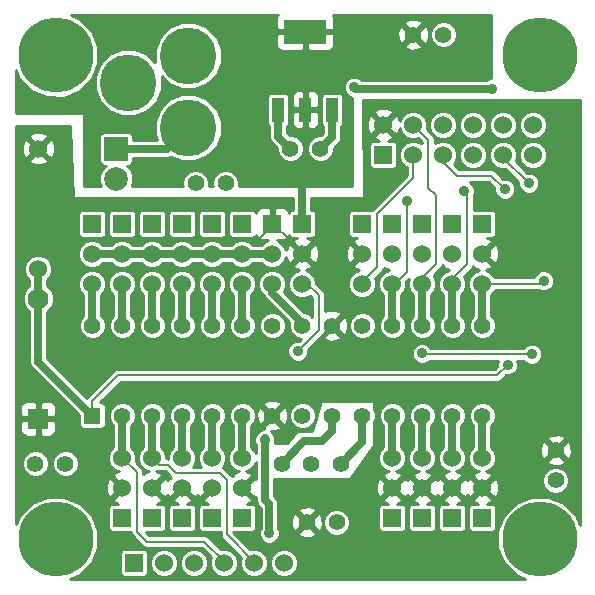
<source format=gtl>
G04 (created by PCBNEW (2013-04-19 BZR 4011)-stable) date 19/08/2014 16:01:40*
%MOIN*%
G04 Gerber Fmt 3.4, Leading zero omitted, Abs format*
%FSLAX34Y34*%
G01*
G70*
G90*
G04 APERTURE LIST*
%ADD10C,0*%
%ADD11R,0.144X0.08*%
%ADD12R,0.04X0.08*%
%ADD13C,0.25*%
%ADD14C,0.055*%
%ADD15R,0.055X0.055*%
%ADD16R,0.0787X0.0787*%
%ADD17C,0.0787*%
%ADD18R,0.06X0.06*%
%ADD19C,0.06*%
%ADD20C,0.07*%
%ADD21R,0.07X0.07*%
%ADD22C,0.189*%
%ADD23C,0.035*%
%ADD24C,0.008*%
%ADD25C,0.025*%
%ADD26C,0.01*%
G04 APERTURE END LIST*
G54D10*
G54D11*
X31553Y-16548D03*
G54D12*
X31553Y-19148D03*
X32453Y-19148D03*
X30653Y-19148D03*
G54D13*
X23228Y-17322D03*
X39370Y-17322D03*
X39370Y-33464D03*
G54D14*
X35153Y-16648D03*
X36153Y-16648D03*
X32053Y-20448D03*
X31053Y-20448D03*
X23553Y-30948D03*
X22553Y-30948D03*
X28900Y-21600D03*
X27900Y-21600D03*
X25453Y-29348D03*
X26453Y-29348D03*
X27453Y-29348D03*
X28453Y-29348D03*
X29453Y-29348D03*
X30453Y-29348D03*
X31453Y-29348D03*
X32453Y-29348D03*
X33453Y-29348D03*
X34453Y-29348D03*
X35453Y-29348D03*
X36453Y-29348D03*
X37453Y-29348D03*
G54D15*
X24453Y-29348D03*
G54D14*
X37453Y-26348D03*
X36453Y-26348D03*
X35453Y-26348D03*
X34453Y-26348D03*
X33453Y-26348D03*
X32453Y-26348D03*
X31453Y-26348D03*
X30453Y-26348D03*
X29453Y-26348D03*
X28453Y-26348D03*
X27453Y-26348D03*
X26453Y-26348D03*
X25453Y-26348D03*
X24453Y-26348D03*
G54D16*
X25253Y-20448D03*
G54D17*
X25253Y-21448D03*
G54D18*
X25846Y-34251D03*
G54D19*
X26846Y-34251D03*
X27846Y-34251D03*
X28846Y-34251D03*
X29846Y-34251D03*
X30846Y-34251D03*
G54D18*
X29453Y-32748D03*
G54D19*
X29453Y-31748D03*
X29453Y-30748D03*
G54D18*
X33453Y-22948D03*
G54D19*
X33453Y-23948D03*
X33453Y-24948D03*
G54D18*
X34453Y-22948D03*
G54D19*
X34453Y-23948D03*
X34453Y-24948D03*
G54D18*
X35453Y-22948D03*
G54D19*
X35453Y-23948D03*
X35453Y-24948D03*
G54D18*
X36453Y-22948D03*
G54D19*
X36453Y-23948D03*
X36453Y-24948D03*
G54D18*
X37453Y-22948D03*
G54D19*
X37453Y-23948D03*
X37453Y-24948D03*
G54D18*
X37453Y-32748D03*
G54D19*
X37453Y-31748D03*
X37453Y-30748D03*
G54D18*
X36453Y-32748D03*
G54D19*
X36453Y-31748D03*
X36453Y-30748D03*
G54D18*
X35453Y-32748D03*
G54D19*
X35453Y-31748D03*
X35453Y-30748D03*
G54D18*
X34453Y-32748D03*
G54D19*
X34453Y-31748D03*
X34453Y-30748D03*
G54D18*
X29453Y-22948D03*
G54D19*
X29453Y-23948D03*
X29453Y-24948D03*
G54D18*
X28453Y-32748D03*
G54D19*
X28453Y-31748D03*
X28453Y-30748D03*
G54D18*
X27453Y-32748D03*
G54D19*
X27453Y-31748D03*
X27453Y-30748D03*
G54D18*
X26453Y-32748D03*
G54D19*
X26453Y-31748D03*
X26453Y-30748D03*
G54D18*
X25453Y-32748D03*
G54D19*
X25453Y-31748D03*
X25453Y-30748D03*
G54D18*
X24453Y-22948D03*
G54D19*
X24453Y-23948D03*
X24453Y-24948D03*
G54D18*
X25453Y-22948D03*
G54D19*
X25453Y-23948D03*
X25453Y-24948D03*
G54D18*
X26453Y-22948D03*
G54D19*
X26453Y-23948D03*
X26453Y-24948D03*
G54D18*
X27453Y-22948D03*
G54D19*
X27453Y-23948D03*
X27453Y-24948D03*
G54D18*
X28453Y-22948D03*
G54D19*
X28453Y-23948D03*
X28453Y-24948D03*
G54D20*
X22653Y-25448D03*
G54D21*
X22653Y-29448D03*
G54D19*
X22653Y-20448D03*
X22653Y-24448D03*
G54D18*
X30453Y-22948D03*
G54D19*
X30453Y-23948D03*
X30453Y-24948D03*
G54D18*
X31453Y-22948D03*
G54D19*
X31453Y-23948D03*
X31453Y-24948D03*
G54D13*
X23228Y-33464D03*
G54D14*
X32737Y-30948D03*
X30769Y-30948D03*
X31753Y-30948D03*
G54D18*
X34153Y-20648D03*
G54D19*
X34153Y-19648D03*
X35153Y-20648D03*
X35153Y-19648D03*
X36153Y-20648D03*
X36153Y-19648D03*
X37153Y-20648D03*
X37153Y-19648D03*
X38153Y-20648D03*
X38153Y-19648D03*
X39153Y-20648D03*
X39153Y-19648D03*
G54D22*
X27650Y-17350D03*
X27650Y-19750D03*
X25650Y-18250D03*
G54D14*
X31600Y-32900D03*
X32600Y-32900D03*
X39900Y-30500D03*
X39900Y-31500D03*
G54D23*
X36850Y-21850D03*
X34953Y-22198D03*
X35450Y-27275D03*
X39100Y-27300D03*
X39000Y-21600D03*
X39503Y-24848D03*
X38300Y-27650D03*
X38200Y-21800D03*
X37775Y-18450D03*
X33175Y-18400D03*
X31300Y-27200D03*
X30354Y-33267D03*
X30200Y-30150D03*
G54D24*
X30453Y-22948D02*
X30473Y-22948D01*
X30473Y-22948D02*
X31000Y-23475D01*
X30453Y-22948D02*
X30453Y-23021D01*
X30453Y-23021D02*
X30000Y-23475D01*
G54D25*
X29453Y-26348D02*
X29453Y-24948D01*
X28453Y-26348D02*
X28453Y-24948D01*
X27453Y-26348D02*
X27453Y-24948D01*
X26453Y-26348D02*
X26453Y-24948D01*
X25453Y-26348D02*
X25453Y-24948D01*
X24453Y-26348D02*
X24453Y-24948D01*
X31453Y-26348D02*
X31453Y-26253D01*
X30453Y-25253D02*
X30453Y-24948D01*
X31453Y-26253D02*
X30453Y-25253D01*
X25453Y-30748D02*
X25453Y-29348D01*
G54D24*
X28846Y-34251D02*
X28846Y-34200D01*
X25944Y-31239D02*
X25453Y-30748D01*
X25944Y-33228D02*
X25944Y-31239D01*
X26259Y-33543D02*
X25944Y-33228D01*
X28188Y-33543D02*
X26259Y-33543D01*
X28846Y-34200D02*
X28188Y-33543D01*
G54D25*
X26453Y-30748D02*
X26453Y-29348D01*
G54D24*
X29846Y-34251D02*
X29846Y-34216D01*
X26689Y-30984D02*
X26453Y-30748D01*
X26968Y-30984D02*
X26689Y-30984D01*
X27244Y-31259D02*
X26968Y-30984D01*
X28700Y-31259D02*
X27244Y-31259D01*
X28937Y-31496D02*
X28700Y-31259D01*
X28937Y-33307D02*
X28937Y-31496D01*
X29846Y-34216D02*
X28937Y-33307D01*
X36453Y-24948D02*
X36453Y-24796D01*
X36950Y-21950D02*
X36850Y-21850D01*
X36950Y-24300D02*
X36950Y-21950D01*
X36453Y-24796D02*
X36950Y-24300D01*
G54D25*
X36453Y-24948D02*
X36453Y-26348D01*
G54D24*
X35653Y-20800D02*
X35653Y-21753D01*
X35653Y-21753D02*
X35903Y-22003D01*
G54D25*
X35453Y-24948D02*
X35453Y-26348D01*
G54D24*
X35453Y-24948D02*
X35453Y-24748D01*
X35903Y-24298D02*
X35903Y-22003D01*
X35453Y-24748D02*
X35903Y-24298D01*
X35653Y-20148D02*
X35153Y-19648D01*
X35653Y-20800D02*
X35653Y-20148D01*
G54D25*
X34453Y-24948D02*
X34453Y-26348D01*
G54D24*
X34453Y-24948D02*
X34553Y-24948D01*
X34953Y-24548D02*
X34953Y-22198D01*
X34553Y-24948D02*
X34953Y-24548D01*
X33953Y-23050D02*
X33953Y-22621D01*
X35153Y-21421D02*
X35153Y-20648D01*
X33953Y-22621D02*
X35153Y-21421D01*
X33453Y-24948D02*
X33453Y-24898D01*
X33453Y-24898D02*
X33953Y-24398D01*
X33953Y-24398D02*
X33953Y-23050D01*
G54D25*
X27453Y-30748D02*
X27453Y-29348D01*
X28453Y-30748D02*
X28453Y-29348D01*
X29453Y-30748D02*
X29453Y-29348D01*
X34453Y-29348D02*
X34453Y-30748D01*
G54D24*
X35475Y-27300D02*
X39100Y-27300D01*
X35450Y-27275D02*
X35475Y-27300D01*
X39000Y-21600D02*
X38153Y-20753D01*
X38153Y-20753D02*
X38153Y-20648D01*
G54D25*
X35453Y-29348D02*
X35453Y-30748D01*
X36453Y-29348D02*
X36453Y-30748D01*
X37453Y-29348D02*
X37453Y-30748D01*
X37453Y-24948D02*
X37453Y-26348D01*
G54D24*
X37453Y-24948D02*
X39403Y-24948D01*
X39403Y-24948D02*
X39503Y-24848D01*
G54D25*
X32453Y-29348D02*
X32453Y-29846D01*
X31517Y-30200D02*
X30769Y-30948D01*
X32100Y-30200D02*
X31517Y-30200D01*
X32453Y-29846D02*
X32100Y-30200D01*
X33453Y-29348D02*
X33453Y-30232D01*
X33453Y-30232D02*
X32737Y-30948D01*
G54D24*
X30826Y-28000D02*
X25307Y-28000D01*
X24453Y-28853D02*
X24453Y-29348D01*
X25307Y-28000D02*
X24453Y-28853D01*
X36153Y-20648D02*
X36153Y-20903D01*
X37750Y-21350D02*
X38200Y-21800D01*
X36600Y-21350D02*
X37750Y-21350D01*
X36153Y-20903D02*
X36600Y-21350D01*
X37950Y-28000D02*
X38300Y-27650D01*
X30826Y-28000D02*
X37950Y-28000D01*
G54D25*
X22653Y-25448D02*
X22653Y-27548D01*
X22653Y-27548D02*
X24453Y-29348D01*
X22653Y-25448D02*
X22653Y-24448D01*
X33225Y-18450D02*
X37775Y-18450D01*
X33175Y-18400D02*
X33225Y-18450D01*
X32453Y-19148D02*
X32453Y-20048D01*
X32453Y-20048D02*
X32053Y-20448D01*
X25253Y-20448D02*
X26953Y-20448D01*
X26953Y-20448D02*
X27653Y-19748D01*
X31453Y-22948D02*
X31453Y-21553D01*
X31453Y-21553D02*
X31450Y-21550D01*
X30653Y-19148D02*
X30653Y-20048D01*
X30653Y-20048D02*
X31053Y-20448D01*
G54D24*
X31300Y-27200D02*
X32000Y-26500D01*
X32000Y-26500D02*
X32000Y-25325D01*
X32000Y-25325D02*
X31623Y-24948D01*
X31623Y-24948D02*
X31453Y-24948D01*
G54D25*
X30200Y-32150D02*
X30200Y-30100D01*
X30354Y-32304D02*
X30200Y-32150D01*
X30354Y-33267D02*
X30354Y-32304D01*
G54D24*
X30200Y-30150D02*
X30200Y-30100D01*
G54D25*
X24453Y-23948D02*
X25453Y-23948D01*
X25453Y-23948D02*
X26453Y-23948D01*
X26453Y-23948D02*
X27453Y-23948D01*
X27453Y-23948D02*
X28453Y-23948D01*
X28453Y-23948D02*
X29453Y-23948D01*
X29453Y-23948D02*
X30453Y-23948D01*
G54D10*
G36*
X34529Y-23953D02*
X34459Y-24024D01*
X34453Y-24018D01*
X34447Y-24024D01*
X34377Y-23953D01*
X34382Y-23948D01*
X34377Y-23942D01*
X34447Y-23871D01*
X34453Y-23877D01*
X34459Y-23871D01*
X34529Y-23942D01*
X34524Y-23948D01*
X34529Y-23953D01*
X34529Y-23953D01*
G37*
G54D26*
X34529Y-23953D02*
X34459Y-24024D01*
X34453Y-24018D01*
X34447Y-24024D01*
X34377Y-23953D01*
X34382Y-23948D01*
X34377Y-23942D01*
X34447Y-23871D01*
X34453Y-23877D01*
X34459Y-23871D01*
X34529Y-23942D01*
X34524Y-23948D01*
X34529Y-23953D01*
G54D10*
G36*
X35529Y-23953D02*
X35459Y-24024D01*
X35453Y-24018D01*
X35447Y-24024D01*
X35377Y-23953D01*
X35382Y-23948D01*
X35377Y-23942D01*
X35447Y-23871D01*
X35453Y-23877D01*
X35459Y-23871D01*
X35529Y-23942D01*
X35524Y-23948D01*
X35529Y-23953D01*
X35529Y-23953D01*
G37*
G54D26*
X35529Y-23953D02*
X35459Y-24024D01*
X35453Y-24018D01*
X35447Y-24024D01*
X35377Y-23953D01*
X35382Y-23948D01*
X35377Y-23942D01*
X35447Y-23871D01*
X35453Y-23877D01*
X35459Y-23871D01*
X35529Y-23942D01*
X35524Y-23948D01*
X35529Y-23953D01*
G54D10*
G36*
X36529Y-23953D02*
X36459Y-24024D01*
X36453Y-24018D01*
X36447Y-24024D01*
X36377Y-23953D01*
X36382Y-23948D01*
X36377Y-23942D01*
X36447Y-23871D01*
X36453Y-23877D01*
X36459Y-23871D01*
X36529Y-23942D01*
X36524Y-23948D01*
X36529Y-23953D01*
X36529Y-23953D01*
G37*
G54D26*
X36529Y-23953D02*
X36459Y-24024D01*
X36453Y-24018D01*
X36447Y-24024D01*
X36377Y-23953D01*
X36382Y-23948D01*
X36377Y-23942D01*
X36447Y-23871D01*
X36453Y-23877D01*
X36459Y-23871D01*
X36529Y-23942D01*
X36524Y-23948D01*
X36529Y-23953D01*
G54D10*
G36*
X40708Y-32985D02*
X40574Y-32661D01*
X40429Y-32516D01*
X40429Y-30575D01*
X40418Y-30367D01*
X40360Y-30227D01*
X40267Y-30202D01*
X40197Y-30273D01*
X40197Y-30132D01*
X40172Y-30039D01*
X39975Y-29970D01*
X39848Y-29977D01*
X39848Y-24779D01*
X39796Y-24652D01*
X39699Y-24555D01*
X39623Y-24524D01*
X39623Y-20554D01*
X39623Y-19554D01*
X39552Y-19382D01*
X39420Y-19249D01*
X39247Y-19178D01*
X39060Y-19177D01*
X38887Y-19249D01*
X38755Y-19381D01*
X38683Y-19554D01*
X38683Y-19741D01*
X38754Y-19913D01*
X38886Y-20046D01*
X39059Y-20117D01*
X39246Y-20118D01*
X39419Y-20046D01*
X39551Y-19914D01*
X39623Y-19741D01*
X39623Y-19554D01*
X39623Y-20554D01*
X39552Y-20382D01*
X39420Y-20249D01*
X39247Y-20178D01*
X39060Y-20177D01*
X38887Y-20249D01*
X38755Y-20381D01*
X38683Y-20554D01*
X38683Y-20741D01*
X38754Y-20913D01*
X38886Y-21046D01*
X39059Y-21117D01*
X39246Y-21118D01*
X39419Y-21046D01*
X39551Y-20914D01*
X39623Y-20741D01*
X39623Y-20554D01*
X39623Y-24524D01*
X39572Y-24503D01*
X39435Y-24502D01*
X39345Y-24540D01*
X39345Y-21531D01*
X39292Y-21404D01*
X39195Y-21307D01*
X39068Y-21255D01*
X38951Y-21254D01*
X38569Y-20872D01*
X38623Y-20741D01*
X38623Y-20554D01*
X38623Y-19554D01*
X38552Y-19382D01*
X38420Y-19249D01*
X38247Y-19178D01*
X38060Y-19177D01*
X37887Y-19249D01*
X37755Y-19381D01*
X37683Y-19554D01*
X37683Y-19741D01*
X37754Y-19913D01*
X37886Y-20046D01*
X38059Y-20117D01*
X38246Y-20118D01*
X38419Y-20046D01*
X38551Y-19914D01*
X38623Y-19741D01*
X38623Y-19554D01*
X38623Y-20554D01*
X38552Y-20382D01*
X38420Y-20249D01*
X38247Y-20178D01*
X38060Y-20177D01*
X37887Y-20249D01*
X37755Y-20381D01*
X37683Y-20554D01*
X37683Y-20741D01*
X37754Y-20913D01*
X37886Y-21046D01*
X38059Y-21117D01*
X38221Y-21118D01*
X38655Y-21552D01*
X38654Y-21668D01*
X38707Y-21795D01*
X38804Y-21892D01*
X38931Y-21944D01*
X39068Y-21945D01*
X39195Y-21892D01*
X39292Y-21795D01*
X39344Y-21668D01*
X39345Y-21531D01*
X39345Y-24540D01*
X39308Y-24555D01*
X39211Y-24652D01*
X39175Y-24738D01*
X38008Y-24738D01*
X38008Y-24029D01*
X37997Y-23811D01*
X37934Y-23660D01*
X37839Y-23632D01*
X37524Y-23948D01*
X37839Y-24263D01*
X37934Y-24235D01*
X38008Y-24029D01*
X38008Y-24738D01*
X37875Y-24738D01*
X37852Y-24682D01*
X37720Y-24549D01*
X37581Y-24492D01*
X37590Y-24491D01*
X37741Y-24429D01*
X37768Y-24333D01*
X37453Y-24018D01*
X37447Y-24024D01*
X37377Y-23953D01*
X37382Y-23948D01*
X37377Y-23942D01*
X37447Y-23871D01*
X37453Y-23877D01*
X37768Y-23562D01*
X37741Y-23466D01*
X37604Y-23418D01*
X37787Y-23418D01*
X37849Y-23392D01*
X37897Y-23344D01*
X37923Y-23281D01*
X37923Y-23214D01*
X37923Y-22614D01*
X37897Y-22551D01*
X37849Y-22503D01*
X37787Y-22478D01*
X37719Y-22478D01*
X37160Y-22478D01*
X37160Y-22003D01*
X37194Y-21918D01*
X37195Y-21781D01*
X37142Y-21654D01*
X37047Y-21560D01*
X37663Y-21560D01*
X37855Y-21752D01*
X37854Y-21868D01*
X37907Y-21995D01*
X38004Y-22092D01*
X38131Y-22144D01*
X38268Y-22145D01*
X38395Y-22092D01*
X38492Y-21995D01*
X38544Y-21868D01*
X38545Y-21731D01*
X38492Y-21604D01*
X38395Y-21507D01*
X38268Y-21455D01*
X38151Y-21454D01*
X37898Y-21201D01*
X37830Y-21155D01*
X37750Y-21140D01*
X37623Y-21140D01*
X37623Y-20554D01*
X37623Y-19554D01*
X37552Y-19382D01*
X37420Y-19249D01*
X37247Y-19178D01*
X37060Y-19177D01*
X36887Y-19249D01*
X36755Y-19381D01*
X36683Y-19554D01*
X36683Y-19741D01*
X36754Y-19913D01*
X36886Y-20046D01*
X37059Y-20117D01*
X37246Y-20118D01*
X37419Y-20046D01*
X37551Y-19914D01*
X37623Y-19741D01*
X37623Y-19554D01*
X37623Y-20554D01*
X37552Y-20382D01*
X37420Y-20249D01*
X37247Y-20178D01*
X37060Y-20177D01*
X36887Y-20249D01*
X36755Y-20381D01*
X36683Y-20554D01*
X36683Y-20741D01*
X36754Y-20913D01*
X36886Y-21046D01*
X37059Y-21117D01*
X37246Y-21118D01*
X37419Y-21046D01*
X37551Y-20914D01*
X37623Y-20741D01*
X37623Y-20554D01*
X37623Y-21140D01*
X36686Y-21140D01*
X36506Y-20959D01*
X36551Y-20914D01*
X36623Y-20741D01*
X36623Y-20554D01*
X36623Y-19554D01*
X36552Y-19382D01*
X36420Y-19249D01*
X36247Y-19178D01*
X36060Y-19177D01*
X35887Y-19249D01*
X35755Y-19381D01*
X35683Y-19554D01*
X35683Y-19741D01*
X35754Y-19913D01*
X35886Y-20046D01*
X36059Y-20117D01*
X36246Y-20118D01*
X36419Y-20046D01*
X36551Y-19914D01*
X36623Y-19741D01*
X36623Y-19554D01*
X36623Y-20554D01*
X36552Y-20382D01*
X36420Y-20249D01*
X36247Y-20178D01*
X36060Y-20177D01*
X35887Y-20249D01*
X35863Y-20273D01*
X35863Y-20148D01*
X35847Y-20067D01*
X35847Y-20067D01*
X35802Y-19999D01*
X35600Y-19797D01*
X35623Y-19741D01*
X35623Y-19554D01*
X35552Y-19382D01*
X35420Y-19249D01*
X35247Y-19178D01*
X35060Y-19177D01*
X34887Y-19249D01*
X34755Y-19381D01*
X34697Y-19519D01*
X34697Y-19511D01*
X34634Y-19360D01*
X34539Y-19332D01*
X34468Y-19403D01*
X34468Y-19262D01*
X34441Y-19166D01*
X34235Y-19093D01*
X34016Y-19104D01*
X33865Y-19166D01*
X33838Y-19262D01*
X34153Y-19577D01*
X34468Y-19262D01*
X34468Y-19403D01*
X34224Y-19648D01*
X34539Y-19963D01*
X34634Y-19935D01*
X34694Y-19768D01*
X34754Y-19913D01*
X34886Y-20046D01*
X35059Y-20117D01*
X35246Y-20118D01*
X35303Y-20094D01*
X35443Y-20235D01*
X35443Y-20273D01*
X35420Y-20249D01*
X35247Y-20178D01*
X35060Y-20177D01*
X34887Y-20249D01*
X34755Y-20381D01*
X34683Y-20554D01*
X34683Y-20741D01*
X34754Y-20913D01*
X34886Y-21046D01*
X34943Y-21069D01*
X34943Y-21334D01*
X34623Y-21654D01*
X34623Y-20914D01*
X34623Y-20314D01*
X34597Y-20251D01*
X34549Y-20203D01*
X34487Y-20178D01*
X34419Y-20178D01*
X34323Y-20178D01*
X34441Y-20129D01*
X34468Y-20033D01*
X34153Y-19718D01*
X34082Y-19789D01*
X34082Y-19648D01*
X33767Y-19332D01*
X33672Y-19360D01*
X33598Y-19566D01*
X33609Y-19784D01*
X33672Y-19935D01*
X33767Y-19963D01*
X34082Y-19648D01*
X34082Y-19789D01*
X33838Y-20033D01*
X33865Y-20129D01*
X34002Y-20178D01*
X33819Y-20178D01*
X33757Y-20203D01*
X33709Y-20251D01*
X33683Y-20314D01*
X33683Y-20381D01*
X33683Y-20981D01*
X33709Y-21044D01*
X33757Y-21092D01*
X33819Y-21118D01*
X33887Y-21118D01*
X34487Y-21118D01*
X34549Y-21092D01*
X34597Y-21044D01*
X34623Y-20981D01*
X34623Y-20914D01*
X34623Y-21654D01*
X33805Y-22472D01*
X33798Y-22482D01*
X33787Y-22478D01*
X33719Y-22478D01*
X33119Y-22478D01*
X33057Y-22503D01*
X33009Y-22551D01*
X32983Y-22614D01*
X32983Y-22681D01*
X32983Y-23281D01*
X33009Y-23344D01*
X33057Y-23392D01*
X33119Y-23418D01*
X33187Y-23418D01*
X33283Y-23418D01*
X33165Y-23466D01*
X33138Y-23562D01*
X33453Y-23877D01*
X33459Y-23871D01*
X33529Y-23942D01*
X33524Y-23948D01*
X33529Y-23953D01*
X33459Y-24024D01*
X33453Y-24018D01*
X33382Y-24089D01*
X33382Y-23948D01*
X33067Y-23632D01*
X32972Y-23660D01*
X32898Y-23866D01*
X32909Y-24084D01*
X32972Y-24235D01*
X33067Y-24263D01*
X33382Y-23948D01*
X33382Y-24089D01*
X33138Y-24333D01*
X33165Y-24429D01*
X33333Y-24489D01*
X33187Y-24549D01*
X33055Y-24681D01*
X32983Y-24854D01*
X32983Y-25041D01*
X33054Y-25213D01*
X33186Y-25346D01*
X33359Y-25417D01*
X33546Y-25418D01*
X33719Y-25346D01*
X33851Y-25214D01*
X33923Y-25041D01*
X33923Y-24854D01*
X33885Y-24762D01*
X34102Y-24546D01*
X34147Y-24478D01*
X34147Y-24478D01*
X34160Y-24412D01*
X34165Y-24429D01*
X34333Y-24489D01*
X34187Y-24549D01*
X34055Y-24681D01*
X33983Y-24854D01*
X33983Y-25041D01*
X34054Y-25213D01*
X34158Y-25317D01*
X34158Y-26013D01*
X34076Y-26095D01*
X34008Y-26259D01*
X34008Y-26436D01*
X34076Y-26599D01*
X34201Y-26725D01*
X34364Y-26792D01*
X34541Y-26793D01*
X34705Y-26725D01*
X34830Y-26600D01*
X34898Y-26436D01*
X34898Y-26259D01*
X34831Y-26096D01*
X34748Y-26013D01*
X34748Y-25317D01*
X34851Y-25214D01*
X34923Y-25041D01*
X34923Y-24874D01*
X35011Y-24787D01*
X34983Y-24854D01*
X34983Y-25041D01*
X35054Y-25213D01*
X35158Y-25317D01*
X35158Y-26013D01*
X35076Y-26095D01*
X35008Y-26259D01*
X35008Y-26436D01*
X35076Y-26599D01*
X35201Y-26725D01*
X35364Y-26792D01*
X35541Y-26793D01*
X35705Y-26725D01*
X35830Y-26600D01*
X35898Y-26436D01*
X35898Y-26259D01*
X35831Y-26096D01*
X35748Y-26013D01*
X35748Y-25317D01*
X35851Y-25214D01*
X35923Y-25041D01*
X35923Y-24854D01*
X35852Y-24682D01*
X35834Y-24664D01*
X36052Y-24446D01*
X36097Y-24378D01*
X36098Y-24373D01*
X36138Y-24333D01*
X36165Y-24429D01*
X36333Y-24489D01*
X36187Y-24549D01*
X36055Y-24681D01*
X35983Y-24854D01*
X35983Y-25041D01*
X36054Y-25213D01*
X36158Y-25317D01*
X36158Y-26013D01*
X36076Y-26095D01*
X36008Y-26259D01*
X36008Y-26436D01*
X36076Y-26599D01*
X36201Y-26725D01*
X36364Y-26792D01*
X36541Y-26793D01*
X36705Y-26725D01*
X36830Y-26600D01*
X36898Y-26436D01*
X36898Y-26259D01*
X36831Y-26096D01*
X36748Y-26013D01*
X36748Y-25317D01*
X36851Y-25214D01*
X36923Y-25041D01*
X36923Y-24854D01*
X36855Y-24691D01*
X37098Y-24448D01*
X37144Y-24380D01*
X37144Y-24380D01*
X37147Y-24364D01*
X37165Y-24429D01*
X37333Y-24489D01*
X37187Y-24549D01*
X37055Y-24681D01*
X36983Y-24854D01*
X36983Y-25041D01*
X37054Y-25213D01*
X37158Y-25317D01*
X37158Y-26013D01*
X37076Y-26095D01*
X37008Y-26259D01*
X37008Y-26436D01*
X37076Y-26599D01*
X37201Y-26725D01*
X37364Y-26792D01*
X37541Y-26793D01*
X37705Y-26725D01*
X37830Y-26600D01*
X37898Y-26436D01*
X37898Y-26259D01*
X37831Y-26096D01*
X37748Y-26013D01*
X37748Y-25317D01*
X37851Y-25214D01*
X37875Y-25158D01*
X39350Y-25158D01*
X39434Y-25192D01*
X39571Y-25193D01*
X39698Y-25140D01*
X39795Y-25043D01*
X39848Y-24916D01*
X39848Y-24779D01*
X39848Y-29977D01*
X39767Y-29981D01*
X39627Y-30039D01*
X39602Y-30132D01*
X39900Y-30429D01*
X40197Y-30132D01*
X40197Y-30273D01*
X39970Y-30500D01*
X40267Y-30797D01*
X40360Y-30772D01*
X40429Y-30575D01*
X40429Y-32516D01*
X40345Y-32431D01*
X40345Y-31411D01*
X40277Y-31248D01*
X40197Y-31167D01*
X40197Y-30867D01*
X39900Y-30570D01*
X39829Y-30641D01*
X39829Y-30500D01*
X39532Y-30202D01*
X39445Y-30225D01*
X39445Y-27231D01*
X39392Y-27104D01*
X39295Y-27007D01*
X39168Y-26955D01*
X39031Y-26954D01*
X38904Y-27007D01*
X38822Y-27090D01*
X35746Y-27090D01*
X35742Y-27079D01*
X35645Y-26982D01*
X35518Y-26930D01*
X35381Y-26929D01*
X35254Y-26982D01*
X35157Y-27079D01*
X35105Y-27206D01*
X35104Y-27343D01*
X35157Y-27470D01*
X35254Y-27567D01*
X35381Y-27619D01*
X35518Y-27620D01*
X35645Y-27567D01*
X35702Y-27510D01*
X37984Y-27510D01*
X37955Y-27581D01*
X37954Y-27698D01*
X37863Y-27790D01*
X33898Y-27790D01*
X33898Y-26259D01*
X33831Y-26096D01*
X33705Y-25970D01*
X33542Y-25903D01*
X33365Y-25902D01*
X33201Y-25970D01*
X33076Y-26095D01*
X33008Y-26259D01*
X33008Y-26436D01*
X33076Y-26599D01*
X33201Y-26725D01*
X33364Y-26792D01*
X33541Y-26793D01*
X33705Y-26725D01*
X33830Y-26600D01*
X33898Y-26436D01*
X33898Y-26259D01*
X33898Y-27790D01*
X32983Y-27790D01*
X32983Y-26423D01*
X32972Y-26215D01*
X32914Y-26075D01*
X32821Y-26050D01*
X32750Y-26121D01*
X32750Y-25980D01*
X32726Y-25887D01*
X32529Y-25818D01*
X32320Y-25829D01*
X32210Y-25875D01*
X32210Y-25325D01*
X32194Y-25244D01*
X32194Y-25244D01*
X32175Y-25217D01*
X32148Y-25176D01*
X32148Y-25176D01*
X32008Y-25036D01*
X32008Y-24029D01*
X31997Y-23811D01*
X31934Y-23660D01*
X31839Y-23632D01*
X31524Y-23948D01*
X31839Y-24263D01*
X31934Y-24235D01*
X32008Y-24029D01*
X32008Y-25036D01*
X31923Y-24951D01*
X31923Y-24854D01*
X31852Y-24682D01*
X31720Y-24549D01*
X31581Y-24492D01*
X31590Y-24491D01*
X31741Y-24429D01*
X31768Y-24333D01*
X31453Y-24018D01*
X31138Y-24333D01*
X31165Y-24429D01*
X31333Y-24489D01*
X31187Y-24549D01*
X31055Y-24681D01*
X30983Y-24854D01*
X30983Y-25041D01*
X31054Y-25213D01*
X31186Y-25346D01*
X31359Y-25417D01*
X31546Y-25418D01*
X31719Y-25346D01*
X31722Y-25344D01*
X31790Y-25411D01*
X31790Y-26055D01*
X31705Y-25970D01*
X31542Y-25903D01*
X31520Y-25903D01*
X30841Y-25224D01*
X30851Y-25214D01*
X30923Y-25041D01*
X30923Y-24854D01*
X30852Y-24682D01*
X30720Y-24549D01*
X30547Y-24478D01*
X30360Y-24477D01*
X30187Y-24549D01*
X30055Y-24681D01*
X29983Y-24854D01*
X29983Y-25041D01*
X30054Y-25213D01*
X30174Y-25333D01*
X30180Y-25366D01*
X30244Y-25462D01*
X31018Y-26235D01*
X31008Y-26259D01*
X31008Y-26436D01*
X31076Y-26599D01*
X31201Y-26725D01*
X31364Y-26792D01*
X31410Y-26792D01*
X31347Y-26855D01*
X31231Y-26854D01*
X31104Y-26907D01*
X31007Y-27004D01*
X30955Y-27131D01*
X30954Y-27268D01*
X31007Y-27395D01*
X31104Y-27492D01*
X31231Y-27544D01*
X31368Y-27545D01*
X31495Y-27492D01*
X31592Y-27395D01*
X31644Y-27268D01*
X31645Y-27151D01*
X32148Y-26648D01*
X32148Y-26648D01*
X32148Y-26648D01*
X32194Y-26580D01*
X32194Y-26580D01*
X32204Y-26526D01*
X32204Y-26526D01*
X32382Y-26348D01*
X32377Y-26342D01*
X32447Y-26271D01*
X32453Y-26277D01*
X32750Y-25980D01*
X32750Y-26121D01*
X32524Y-26348D01*
X32821Y-26645D01*
X32914Y-26620D01*
X32983Y-26423D01*
X32983Y-27790D01*
X32750Y-27790D01*
X32750Y-26715D01*
X32453Y-26418D01*
X32156Y-26715D01*
X32180Y-26808D01*
X32377Y-26877D01*
X32586Y-26866D01*
X32726Y-26808D01*
X32750Y-26715D01*
X32750Y-27790D01*
X30898Y-27790D01*
X30898Y-26259D01*
X30831Y-26096D01*
X30705Y-25970D01*
X30542Y-25903D01*
X30365Y-25902D01*
X30201Y-25970D01*
X30076Y-26095D01*
X30008Y-26259D01*
X30008Y-26436D01*
X30076Y-26599D01*
X30201Y-26725D01*
X30364Y-26792D01*
X30541Y-26793D01*
X30705Y-26725D01*
X30830Y-26600D01*
X30898Y-26436D01*
X30898Y-26259D01*
X30898Y-27790D01*
X30826Y-27790D01*
X29923Y-27790D01*
X29923Y-24854D01*
X29852Y-24682D01*
X29720Y-24549D01*
X29547Y-24478D01*
X29360Y-24477D01*
X29187Y-24549D01*
X29055Y-24681D01*
X28983Y-24854D01*
X28983Y-25041D01*
X29054Y-25213D01*
X29158Y-25317D01*
X29158Y-26013D01*
X29076Y-26095D01*
X29008Y-26259D01*
X29008Y-26436D01*
X29076Y-26599D01*
X29201Y-26725D01*
X29364Y-26792D01*
X29541Y-26793D01*
X29705Y-26725D01*
X29830Y-26600D01*
X29898Y-26436D01*
X29898Y-26259D01*
X29831Y-26096D01*
X29748Y-26013D01*
X29748Y-25317D01*
X29851Y-25214D01*
X29923Y-25041D01*
X29923Y-24854D01*
X29923Y-27790D01*
X28923Y-27790D01*
X28923Y-24854D01*
X28852Y-24682D01*
X28720Y-24549D01*
X28547Y-24478D01*
X28360Y-24477D01*
X28187Y-24549D01*
X28055Y-24681D01*
X27983Y-24854D01*
X27983Y-25041D01*
X28054Y-25213D01*
X28158Y-25317D01*
X28158Y-26013D01*
X28076Y-26095D01*
X28008Y-26259D01*
X28008Y-26436D01*
X28076Y-26599D01*
X28201Y-26725D01*
X28364Y-26792D01*
X28541Y-26793D01*
X28705Y-26725D01*
X28830Y-26600D01*
X28898Y-26436D01*
X28898Y-26259D01*
X28831Y-26096D01*
X28748Y-26013D01*
X28748Y-25317D01*
X28851Y-25214D01*
X28923Y-25041D01*
X28923Y-24854D01*
X28923Y-27790D01*
X27923Y-27790D01*
X27923Y-24854D01*
X27852Y-24682D01*
X27720Y-24549D01*
X27547Y-24478D01*
X27360Y-24477D01*
X27187Y-24549D01*
X27055Y-24681D01*
X26983Y-24854D01*
X26983Y-25041D01*
X27054Y-25213D01*
X27158Y-25317D01*
X27158Y-26013D01*
X27076Y-26095D01*
X27008Y-26259D01*
X27008Y-26436D01*
X27076Y-26599D01*
X27201Y-26725D01*
X27364Y-26792D01*
X27541Y-26793D01*
X27705Y-26725D01*
X27830Y-26600D01*
X27898Y-26436D01*
X27898Y-26259D01*
X27831Y-26096D01*
X27748Y-26013D01*
X27748Y-25317D01*
X27851Y-25214D01*
X27923Y-25041D01*
X27923Y-24854D01*
X27923Y-27790D01*
X26923Y-27790D01*
X26923Y-24854D01*
X26852Y-24682D01*
X26720Y-24549D01*
X26547Y-24478D01*
X26360Y-24477D01*
X26187Y-24549D01*
X26055Y-24681D01*
X25983Y-24854D01*
X25983Y-25041D01*
X26054Y-25213D01*
X26158Y-25317D01*
X26158Y-26013D01*
X26076Y-26095D01*
X26008Y-26259D01*
X26008Y-26436D01*
X26076Y-26599D01*
X26201Y-26725D01*
X26364Y-26792D01*
X26541Y-26793D01*
X26705Y-26725D01*
X26830Y-26600D01*
X26898Y-26436D01*
X26898Y-26259D01*
X26831Y-26096D01*
X26748Y-26013D01*
X26748Y-25317D01*
X26851Y-25214D01*
X26923Y-25041D01*
X26923Y-24854D01*
X26923Y-27790D01*
X25923Y-27790D01*
X25923Y-24854D01*
X25852Y-24682D01*
X25720Y-24549D01*
X25547Y-24478D01*
X25360Y-24477D01*
X25187Y-24549D01*
X25055Y-24681D01*
X24983Y-24854D01*
X24983Y-25041D01*
X25054Y-25213D01*
X25158Y-25317D01*
X25158Y-26013D01*
X25076Y-26095D01*
X25008Y-26259D01*
X25008Y-26436D01*
X25076Y-26599D01*
X25201Y-26725D01*
X25364Y-26792D01*
X25541Y-26793D01*
X25705Y-26725D01*
X25830Y-26600D01*
X25898Y-26436D01*
X25898Y-26259D01*
X25831Y-26096D01*
X25748Y-26013D01*
X25748Y-25317D01*
X25851Y-25214D01*
X25923Y-25041D01*
X25923Y-24854D01*
X25923Y-27790D01*
X25307Y-27790D01*
X25226Y-27805D01*
X25158Y-27851D01*
X24923Y-28086D01*
X24923Y-24854D01*
X24852Y-24682D01*
X24720Y-24549D01*
X24547Y-24478D01*
X24360Y-24477D01*
X24187Y-24549D01*
X24055Y-24681D01*
X23983Y-24854D01*
X23983Y-25041D01*
X24054Y-25213D01*
X24158Y-25317D01*
X24158Y-26013D01*
X24076Y-26095D01*
X24008Y-26259D01*
X24008Y-26436D01*
X24076Y-26599D01*
X24201Y-26725D01*
X24364Y-26792D01*
X24541Y-26793D01*
X24705Y-26725D01*
X24830Y-26600D01*
X24898Y-26436D01*
X24898Y-26259D01*
X24831Y-26096D01*
X24748Y-26013D01*
X24748Y-25317D01*
X24851Y-25214D01*
X24923Y-25041D01*
X24923Y-24854D01*
X24923Y-28086D01*
X24305Y-28705D01*
X24274Y-28751D01*
X23208Y-27685D01*
X23208Y-20529D01*
X23197Y-20311D01*
X23134Y-20160D01*
X23039Y-20132D01*
X22968Y-20203D01*
X22968Y-20062D01*
X22941Y-19966D01*
X22735Y-19893D01*
X22516Y-19904D01*
X22365Y-19966D01*
X22338Y-20062D01*
X22653Y-20377D01*
X22968Y-20062D01*
X22968Y-20203D01*
X22724Y-20448D01*
X23039Y-20763D01*
X23134Y-20735D01*
X23208Y-20529D01*
X23208Y-27685D01*
X22948Y-27425D01*
X22948Y-25888D01*
X23094Y-25742D01*
X23173Y-25551D01*
X23173Y-25345D01*
X23094Y-25153D01*
X22948Y-25007D01*
X22948Y-24817D01*
X23051Y-24714D01*
X23123Y-24541D01*
X23123Y-24354D01*
X23052Y-24182D01*
X22968Y-24098D01*
X22968Y-20833D01*
X22653Y-20518D01*
X22582Y-20589D01*
X22582Y-20448D01*
X22267Y-20132D01*
X22172Y-20160D01*
X22098Y-20366D01*
X22109Y-20584D01*
X22172Y-20735D01*
X22267Y-20763D01*
X22582Y-20448D01*
X22582Y-20589D01*
X22338Y-20833D01*
X22365Y-20929D01*
X22571Y-21002D01*
X22790Y-20991D01*
X22941Y-20929D01*
X22968Y-20833D01*
X22968Y-24098D01*
X22920Y-24049D01*
X22747Y-23978D01*
X22560Y-23977D01*
X22387Y-24049D01*
X22255Y-24181D01*
X22183Y-24354D01*
X22183Y-24541D01*
X22254Y-24713D01*
X22358Y-24817D01*
X22358Y-25007D01*
X22212Y-25153D01*
X22133Y-25344D01*
X22133Y-25551D01*
X22212Y-25742D01*
X22358Y-25888D01*
X22358Y-27548D01*
X22380Y-27660D01*
X22444Y-27756D01*
X24008Y-29320D01*
X24008Y-29656D01*
X24034Y-29719D01*
X24082Y-29767D01*
X24144Y-29793D01*
X24212Y-29793D01*
X24762Y-29793D01*
X24824Y-29767D01*
X24872Y-29719D01*
X24898Y-29656D01*
X24898Y-29589D01*
X24898Y-29039D01*
X24872Y-28976D01*
X24824Y-28928D01*
X24762Y-28903D01*
X24701Y-28903D01*
X25394Y-28210D01*
X30826Y-28210D01*
X37950Y-28210D01*
X38030Y-28194D01*
X38098Y-28148D01*
X38252Y-27994D01*
X38368Y-27995D01*
X38495Y-27942D01*
X38592Y-27845D01*
X38644Y-27718D01*
X38645Y-27581D01*
X38615Y-27510D01*
X38822Y-27510D01*
X38904Y-27592D01*
X39031Y-27644D01*
X39168Y-27645D01*
X39295Y-27592D01*
X39392Y-27495D01*
X39444Y-27368D01*
X39445Y-27231D01*
X39445Y-30225D01*
X39439Y-30227D01*
X39370Y-30424D01*
X39381Y-30632D01*
X39439Y-30772D01*
X39532Y-30797D01*
X39829Y-30500D01*
X39829Y-30641D01*
X39602Y-30867D01*
X39627Y-30960D01*
X39824Y-31029D01*
X40032Y-31018D01*
X40172Y-30960D01*
X40197Y-30867D01*
X40197Y-31167D01*
X40152Y-31122D01*
X39988Y-31055D01*
X39811Y-31054D01*
X39648Y-31122D01*
X39522Y-31247D01*
X39455Y-31411D01*
X39454Y-31588D01*
X39522Y-31751D01*
X39647Y-31877D01*
X39811Y-31944D01*
X39988Y-31945D01*
X40151Y-31877D01*
X40277Y-31752D01*
X40344Y-31588D01*
X40345Y-31411D01*
X40345Y-32431D01*
X40175Y-32261D01*
X39653Y-32044D01*
X39088Y-32044D01*
X38566Y-32260D01*
X38166Y-32659D01*
X38008Y-33041D01*
X38008Y-31829D01*
X37997Y-31611D01*
X37934Y-31460D01*
X37923Y-31456D01*
X37923Y-30654D01*
X37852Y-30482D01*
X37748Y-30378D01*
X37748Y-29682D01*
X37830Y-29600D01*
X37898Y-29436D01*
X37898Y-29259D01*
X37831Y-29096D01*
X37705Y-28970D01*
X37542Y-28903D01*
X37365Y-28902D01*
X37201Y-28970D01*
X37076Y-29095D01*
X37008Y-29259D01*
X37008Y-29436D01*
X37076Y-29599D01*
X37158Y-29682D01*
X37158Y-30378D01*
X37055Y-30481D01*
X36983Y-30654D01*
X36983Y-30841D01*
X37054Y-31013D01*
X37186Y-31146D01*
X37325Y-31203D01*
X37316Y-31204D01*
X37165Y-31266D01*
X37138Y-31362D01*
X37453Y-31677D01*
X37768Y-31362D01*
X37741Y-31266D01*
X37573Y-31206D01*
X37719Y-31146D01*
X37851Y-31014D01*
X37923Y-30841D01*
X37923Y-30654D01*
X37923Y-31456D01*
X37839Y-31432D01*
X37524Y-31748D01*
X37839Y-32063D01*
X37934Y-32035D01*
X38008Y-31829D01*
X38008Y-33041D01*
X37950Y-33180D01*
X37949Y-33745D01*
X38165Y-34267D01*
X38564Y-34667D01*
X38890Y-34803D01*
X37923Y-34803D01*
X37923Y-33014D01*
X37923Y-32414D01*
X37897Y-32351D01*
X37849Y-32303D01*
X37787Y-32278D01*
X37719Y-32278D01*
X37623Y-32278D01*
X37741Y-32229D01*
X37768Y-32133D01*
X37453Y-31818D01*
X37382Y-31889D01*
X37382Y-31748D01*
X37067Y-31432D01*
X36972Y-31460D01*
X36954Y-31508D01*
X36934Y-31460D01*
X36923Y-31456D01*
X36923Y-30654D01*
X36852Y-30482D01*
X36748Y-30378D01*
X36748Y-29682D01*
X36830Y-29600D01*
X36898Y-29436D01*
X36898Y-29259D01*
X36831Y-29096D01*
X36705Y-28970D01*
X36542Y-28903D01*
X36365Y-28902D01*
X36201Y-28970D01*
X36076Y-29095D01*
X36008Y-29259D01*
X36008Y-29436D01*
X36076Y-29599D01*
X36158Y-29682D01*
X36158Y-30378D01*
X36055Y-30481D01*
X35983Y-30654D01*
X35983Y-30841D01*
X36054Y-31013D01*
X36186Y-31146D01*
X36325Y-31203D01*
X36316Y-31204D01*
X36165Y-31266D01*
X36138Y-31362D01*
X36453Y-31677D01*
X36768Y-31362D01*
X36741Y-31266D01*
X36573Y-31206D01*
X36719Y-31146D01*
X36851Y-31014D01*
X36923Y-30841D01*
X36923Y-30654D01*
X36923Y-31456D01*
X36839Y-31432D01*
X36524Y-31748D01*
X36839Y-32063D01*
X36934Y-32035D01*
X36952Y-31987D01*
X36972Y-32035D01*
X37067Y-32063D01*
X37382Y-31748D01*
X37382Y-31889D01*
X37138Y-32133D01*
X37165Y-32229D01*
X37302Y-32278D01*
X37119Y-32278D01*
X37057Y-32303D01*
X37009Y-32351D01*
X36983Y-32414D01*
X36983Y-32481D01*
X36983Y-33081D01*
X37009Y-33144D01*
X37057Y-33192D01*
X37119Y-33218D01*
X37187Y-33218D01*
X37787Y-33218D01*
X37849Y-33192D01*
X37897Y-33144D01*
X37923Y-33081D01*
X37923Y-33014D01*
X37923Y-34803D01*
X36923Y-34803D01*
X36923Y-33014D01*
X36923Y-32414D01*
X36897Y-32351D01*
X36849Y-32303D01*
X36787Y-32278D01*
X36719Y-32278D01*
X36623Y-32278D01*
X36741Y-32229D01*
X36768Y-32133D01*
X36453Y-31818D01*
X36382Y-31889D01*
X36382Y-31748D01*
X36067Y-31432D01*
X35972Y-31460D01*
X35954Y-31508D01*
X35934Y-31460D01*
X35923Y-31456D01*
X35923Y-30654D01*
X35852Y-30482D01*
X35748Y-30378D01*
X35748Y-29682D01*
X35830Y-29600D01*
X35898Y-29436D01*
X35898Y-29259D01*
X35831Y-29096D01*
X35705Y-28970D01*
X35542Y-28903D01*
X35365Y-28902D01*
X35201Y-28970D01*
X35076Y-29095D01*
X35008Y-29259D01*
X35008Y-29436D01*
X35076Y-29599D01*
X35158Y-29682D01*
X35158Y-30378D01*
X35055Y-30481D01*
X34983Y-30654D01*
X34983Y-30841D01*
X35054Y-31013D01*
X35186Y-31146D01*
X35325Y-31203D01*
X35316Y-31204D01*
X35165Y-31266D01*
X35138Y-31362D01*
X35453Y-31677D01*
X35768Y-31362D01*
X35741Y-31266D01*
X35573Y-31206D01*
X35719Y-31146D01*
X35851Y-31014D01*
X35923Y-30841D01*
X35923Y-30654D01*
X35923Y-31456D01*
X35839Y-31432D01*
X35524Y-31748D01*
X35839Y-32063D01*
X35934Y-32035D01*
X35952Y-31987D01*
X35972Y-32035D01*
X36067Y-32063D01*
X36382Y-31748D01*
X36382Y-31889D01*
X36138Y-32133D01*
X36165Y-32229D01*
X36302Y-32278D01*
X36119Y-32278D01*
X36057Y-32303D01*
X36009Y-32351D01*
X35983Y-32414D01*
X35983Y-32481D01*
X35983Y-33081D01*
X36009Y-33144D01*
X36057Y-33192D01*
X36119Y-33218D01*
X36187Y-33218D01*
X36787Y-33218D01*
X36849Y-33192D01*
X36897Y-33144D01*
X36923Y-33081D01*
X36923Y-33014D01*
X36923Y-34803D01*
X35923Y-34803D01*
X35923Y-33014D01*
X35923Y-32414D01*
X35897Y-32351D01*
X35849Y-32303D01*
X35787Y-32278D01*
X35719Y-32278D01*
X35623Y-32278D01*
X35741Y-32229D01*
X35768Y-32133D01*
X35453Y-31818D01*
X35382Y-31889D01*
X35382Y-31748D01*
X35067Y-31432D01*
X34972Y-31460D01*
X34954Y-31508D01*
X34934Y-31460D01*
X34923Y-31456D01*
X34923Y-30654D01*
X34852Y-30482D01*
X34748Y-30378D01*
X34748Y-29682D01*
X34830Y-29600D01*
X34898Y-29436D01*
X34898Y-29259D01*
X34831Y-29096D01*
X34705Y-28970D01*
X34542Y-28903D01*
X34365Y-28902D01*
X34201Y-28970D01*
X34076Y-29095D01*
X34008Y-29259D01*
X34008Y-29436D01*
X34076Y-29599D01*
X34158Y-29682D01*
X34158Y-30378D01*
X34055Y-30481D01*
X33983Y-30654D01*
X33983Y-30841D01*
X34054Y-31013D01*
X34186Y-31146D01*
X34325Y-31203D01*
X34316Y-31204D01*
X34165Y-31266D01*
X34138Y-31362D01*
X34453Y-31677D01*
X34768Y-31362D01*
X34741Y-31266D01*
X34573Y-31206D01*
X34719Y-31146D01*
X34851Y-31014D01*
X34923Y-30841D01*
X34923Y-30654D01*
X34923Y-31456D01*
X34839Y-31432D01*
X34524Y-31748D01*
X34839Y-32063D01*
X34934Y-32035D01*
X34952Y-31987D01*
X34972Y-32035D01*
X35067Y-32063D01*
X35382Y-31748D01*
X35382Y-31889D01*
X35138Y-32133D01*
X35165Y-32229D01*
X35302Y-32278D01*
X35119Y-32278D01*
X35057Y-32303D01*
X35009Y-32351D01*
X34983Y-32414D01*
X34983Y-32481D01*
X34983Y-33081D01*
X35009Y-33144D01*
X35057Y-33192D01*
X35119Y-33218D01*
X35187Y-33218D01*
X35787Y-33218D01*
X35849Y-33192D01*
X35897Y-33144D01*
X35923Y-33081D01*
X35923Y-33014D01*
X35923Y-34803D01*
X34923Y-34803D01*
X34923Y-33014D01*
X34923Y-32414D01*
X34897Y-32351D01*
X34849Y-32303D01*
X34787Y-32278D01*
X34719Y-32278D01*
X34623Y-32278D01*
X34741Y-32229D01*
X34768Y-32133D01*
X34453Y-31818D01*
X34382Y-31889D01*
X34382Y-31748D01*
X34067Y-31432D01*
X33972Y-31460D01*
X33898Y-31666D01*
X33909Y-31884D01*
X33972Y-32035D01*
X34067Y-32063D01*
X34382Y-31748D01*
X34382Y-31889D01*
X34138Y-32133D01*
X34165Y-32229D01*
X34302Y-32278D01*
X34119Y-32278D01*
X34057Y-32303D01*
X34009Y-32351D01*
X33983Y-32414D01*
X33983Y-32481D01*
X33983Y-33081D01*
X34009Y-33144D01*
X34057Y-33192D01*
X34119Y-33218D01*
X34187Y-33218D01*
X34787Y-33218D01*
X34849Y-33192D01*
X34897Y-33144D01*
X34923Y-33081D01*
X34923Y-33014D01*
X34923Y-34803D01*
X33898Y-34803D01*
X33898Y-29259D01*
X33850Y-29142D01*
X33850Y-28850D01*
X32200Y-28850D01*
X32060Y-28850D01*
X31951Y-29286D01*
X31898Y-29446D01*
X31898Y-29259D01*
X31831Y-29096D01*
X31705Y-28970D01*
X31542Y-28903D01*
X31365Y-28902D01*
X31201Y-28970D01*
X31076Y-29095D01*
X31008Y-29259D01*
X31008Y-29436D01*
X31076Y-29599D01*
X31201Y-29725D01*
X31364Y-29792D01*
X31541Y-29793D01*
X31705Y-29725D01*
X31830Y-29600D01*
X31898Y-29436D01*
X31898Y-29259D01*
X31898Y-29446D01*
X31763Y-29850D01*
X31275Y-29850D01*
X30983Y-30238D01*
X30983Y-29423D01*
X30972Y-29215D01*
X30914Y-29075D01*
X30821Y-29050D01*
X30750Y-29121D01*
X30750Y-28980D01*
X30726Y-28887D01*
X30529Y-28818D01*
X30320Y-28829D01*
X30180Y-28887D01*
X30156Y-28980D01*
X30453Y-29277D01*
X30750Y-28980D01*
X30750Y-29121D01*
X30524Y-29348D01*
X30821Y-29645D01*
X30914Y-29620D01*
X30983Y-29423D01*
X30983Y-30238D01*
X30975Y-30250D01*
X30532Y-30250D01*
X30544Y-30218D01*
X30545Y-30081D01*
X30492Y-29954D01*
X30413Y-29875D01*
X30586Y-29866D01*
X30726Y-29808D01*
X30750Y-29715D01*
X30453Y-29418D01*
X30382Y-29489D01*
X30382Y-29348D01*
X30085Y-29050D01*
X29992Y-29075D01*
X29923Y-29272D01*
X29934Y-29480D01*
X29992Y-29620D01*
X30085Y-29645D01*
X30382Y-29348D01*
X30382Y-29489D01*
X30156Y-29715D01*
X30179Y-29804D01*
X30131Y-29804D01*
X30004Y-29857D01*
X29907Y-29954D01*
X29855Y-30081D01*
X29854Y-30218D01*
X29905Y-30339D01*
X29905Y-30609D01*
X29852Y-30482D01*
X29748Y-30378D01*
X29748Y-29682D01*
X29830Y-29600D01*
X29898Y-29436D01*
X29898Y-29259D01*
X29831Y-29096D01*
X29705Y-28970D01*
X29542Y-28903D01*
X29365Y-28902D01*
X29201Y-28970D01*
X29076Y-29095D01*
X29008Y-29259D01*
X29008Y-29436D01*
X29076Y-29599D01*
X29158Y-29682D01*
X29158Y-30378D01*
X29055Y-30481D01*
X28983Y-30654D01*
X28983Y-30841D01*
X29054Y-31013D01*
X29186Y-31146D01*
X29325Y-31203D01*
X29316Y-31204D01*
X29165Y-31266D01*
X29138Y-31362D01*
X29093Y-31316D01*
X29073Y-31335D01*
X28849Y-31111D01*
X28792Y-31073D01*
X28851Y-31014D01*
X28923Y-30841D01*
X28923Y-30654D01*
X28852Y-30482D01*
X28748Y-30378D01*
X28748Y-29682D01*
X28830Y-29600D01*
X28898Y-29436D01*
X28898Y-29259D01*
X28831Y-29096D01*
X28705Y-28970D01*
X28542Y-28903D01*
X28365Y-28902D01*
X28201Y-28970D01*
X28076Y-29095D01*
X28008Y-29259D01*
X28008Y-29436D01*
X28076Y-29599D01*
X28158Y-29682D01*
X28158Y-30378D01*
X28055Y-30481D01*
X27983Y-30654D01*
X27983Y-30841D01*
X28054Y-31013D01*
X28090Y-31049D01*
X27816Y-31049D01*
X27851Y-31014D01*
X27923Y-30841D01*
X27923Y-30654D01*
X27852Y-30482D01*
X27748Y-30378D01*
X27748Y-29682D01*
X27830Y-29600D01*
X27898Y-29436D01*
X27898Y-29259D01*
X27831Y-29096D01*
X27705Y-28970D01*
X27542Y-28903D01*
X27365Y-28902D01*
X27201Y-28970D01*
X27076Y-29095D01*
X27008Y-29259D01*
X27008Y-29436D01*
X27076Y-29599D01*
X27158Y-29682D01*
X27158Y-30378D01*
X27055Y-30481D01*
X26983Y-30654D01*
X26983Y-30777D01*
X26968Y-30774D01*
X26923Y-30774D01*
X26923Y-30654D01*
X26852Y-30482D01*
X26748Y-30378D01*
X26748Y-29682D01*
X26830Y-29600D01*
X26898Y-29436D01*
X26898Y-29259D01*
X26831Y-29096D01*
X26705Y-28970D01*
X26542Y-28903D01*
X26365Y-28902D01*
X26201Y-28970D01*
X26076Y-29095D01*
X26008Y-29259D01*
X26008Y-29436D01*
X26076Y-29599D01*
X26158Y-29682D01*
X26158Y-30378D01*
X26055Y-30481D01*
X25983Y-30654D01*
X25983Y-30841D01*
X26054Y-31013D01*
X26186Y-31146D01*
X26325Y-31203D01*
X26316Y-31204D01*
X26165Y-31266D01*
X26154Y-31304D01*
X26154Y-31239D01*
X26138Y-31159D01*
X26138Y-31159D01*
X26093Y-31090D01*
X26093Y-31090D01*
X25900Y-30897D01*
X25923Y-30841D01*
X25923Y-30654D01*
X25852Y-30482D01*
X25748Y-30378D01*
X25748Y-29682D01*
X25830Y-29600D01*
X25898Y-29436D01*
X25898Y-29259D01*
X25831Y-29096D01*
X25705Y-28970D01*
X25542Y-28903D01*
X25365Y-28902D01*
X25201Y-28970D01*
X25076Y-29095D01*
X25008Y-29259D01*
X25008Y-29436D01*
X25076Y-29599D01*
X25158Y-29682D01*
X25158Y-30378D01*
X25055Y-30481D01*
X24983Y-30654D01*
X24983Y-30841D01*
X25054Y-31013D01*
X25186Y-31146D01*
X25325Y-31203D01*
X25316Y-31204D01*
X25165Y-31266D01*
X25138Y-31362D01*
X25453Y-31677D01*
X25459Y-31671D01*
X25529Y-31742D01*
X25524Y-31748D01*
X25529Y-31753D01*
X25459Y-31824D01*
X25453Y-31818D01*
X25382Y-31889D01*
X25382Y-31748D01*
X25067Y-31432D01*
X24972Y-31460D01*
X24898Y-31666D01*
X24909Y-31884D01*
X24972Y-32035D01*
X25067Y-32063D01*
X25382Y-31748D01*
X25382Y-31889D01*
X25138Y-32133D01*
X25165Y-32229D01*
X25302Y-32278D01*
X25119Y-32278D01*
X25057Y-32303D01*
X25009Y-32351D01*
X24983Y-32414D01*
X24983Y-32481D01*
X24983Y-33081D01*
X25009Y-33144D01*
X25057Y-33192D01*
X25119Y-33218D01*
X25187Y-33218D01*
X25734Y-33218D01*
X25734Y-33228D01*
X25750Y-33308D01*
X25796Y-33376D01*
X26111Y-33691D01*
X26111Y-33691D01*
X26179Y-33737D01*
X26179Y-33737D01*
X26243Y-33750D01*
X26259Y-33753D01*
X26259Y-33753D01*
X26259Y-33753D01*
X28101Y-33753D01*
X28414Y-34066D01*
X28376Y-34158D01*
X28376Y-34345D01*
X28447Y-34517D01*
X28579Y-34650D01*
X28752Y-34721D01*
X28939Y-34722D01*
X29112Y-34650D01*
X29244Y-34518D01*
X29316Y-34345D01*
X29316Y-34158D01*
X29245Y-33986D01*
X29113Y-33853D01*
X28940Y-33782D01*
X28753Y-33781D01*
X28732Y-33790D01*
X28337Y-33394D01*
X28269Y-33349D01*
X28188Y-33333D01*
X27923Y-33333D01*
X27923Y-33014D01*
X27923Y-32414D01*
X27897Y-32351D01*
X27849Y-32303D01*
X27787Y-32278D01*
X27719Y-32278D01*
X27623Y-32278D01*
X27741Y-32229D01*
X27768Y-32133D01*
X27453Y-31818D01*
X27382Y-31889D01*
X27138Y-32133D01*
X27165Y-32229D01*
X27302Y-32278D01*
X27119Y-32278D01*
X27057Y-32303D01*
X27009Y-32351D01*
X26983Y-32414D01*
X26983Y-32481D01*
X26983Y-33081D01*
X27009Y-33144D01*
X27057Y-33192D01*
X27119Y-33218D01*
X27187Y-33218D01*
X27787Y-33218D01*
X27849Y-33192D01*
X27897Y-33144D01*
X27923Y-33081D01*
X27923Y-33014D01*
X27923Y-33333D01*
X26346Y-33333D01*
X26231Y-33218D01*
X26787Y-33218D01*
X26849Y-33192D01*
X26897Y-33144D01*
X26923Y-33081D01*
X26923Y-33014D01*
X26923Y-32414D01*
X26897Y-32351D01*
X26849Y-32303D01*
X26787Y-32278D01*
X26719Y-32278D01*
X26623Y-32278D01*
X26741Y-32229D01*
X26768Y-32133D01*
X26453Y-31818D01*
X26447Y-31824D01*
X26377Y-31753D01*
X26382Y-31748D01*
X26377Y-31742D01*
X26447Y-31671D01*
X26453Y-31677D01*
X26768Y-31362D01*
X26741Y-31266D01*
X26573Y-31206D01*
X26632Y-31182D01*
X26689Y-31194D01*
X26881Y-31194D01*
X27048Y-31361D01*
X27022Y-31387D01*
X27067Y-31432D01*
X26972Y-31460D01*
X26954Y-31508D01*
X26934Y-31460D01*
X26839Y-31432D01*
X26524Y-31748D01*
X26839Y-32063D01*
X26934Y-32035D01*
X26952Y-31987D01*
X26972Y-32035D01*
X27067Y-32063D01*
X27382Y-31748D01*
X27377Y-31742D01*
X27447Y-31671D01*
X27453Y-31677D01*
X27459Y-31671D01*
X27529Y-31742D01*
X27524Y-31748D01*
X27839Y-32063D01*
X27934Y-32035D01*
X27952Y-31987D01*
X27972Y-32035D01*
X28067Y-32063D01*
X28382Y-31748D01*
X28377Y-31742D01*
X28447Y-31671D01*
X28453Y-31677D01*
X28459Y-31671D01*
X28529Y-31742D01*
X28524Y-31748D01*
X28529Y-31753D01*
X28459Y-31824D01*
X28453Y-31818D01*
X28138Y-32133D01*
X28165Y-32229D01*
X28302Y-32278D01*
X28119Y-32278D01*
X28057Y-32303D01*
X28009Y-32351D01*
X27983Y-32414D01*
X27983Y-32481D01*
X27983Y-33081D01*
X28009Y-33144D01*
X28057Y-33192D01*
X28119Y-33218D01*
X28187Y-33218D01*
X28727Y-33218D01*
X28727Y-33307D01*
X28742Y-33387D01*
X28788Y-33455D01*
X29410Y-34077D01*
X29376Y-34158D01*
X29376Y-34345D01*
X29447Y-34517D01*
X29579Y-34650D01*
X29752Y-34721D01*
X29939Y-34722D01*
X30112Y-34650D01*
X30244Y-34518D01*
X30316Y-34345D01*
X30316Y-34158D01*
X30245Y-33986D01*
X30113Y-33853D01*
X29940Y-33782D01*
X29753Y-33781D01*
X29721Y-33794D01*
X29147Y-33220D01*
X29147Y-33218D01*
X29187Y-33218D01*
X29787Y-33218D01*
X29849Y-33192D01*
X29897Y-33144D01*
X29923Y-33081D01*
X29923Y-33014D01*
X29923Y-32414D01*
X29897Y-32351D01*
X29849Y-32303D01*
X29787Y-32278D01*
X29719Y-32278D01*
X29623Y-32278D01*
X29741Y-32229D01*
X29768Y-32133D01*
X29453Y-31818D01*
X29447Y-31824D01*
X29377Y-31753D01*
X29382Y-31748D01*
X29377Y-31742D01*
X29447Y-31671D01*
X29453Y-31677D01*
X29768Y-31362D01*
X29741Y-31266D01*
X29573Y-31206D01*
X29719Y-31146D01*
X29851Y-31014D01*
X29905Y-30886D01*
X29905Y-31451D01*
X29839Y-31432D01*
X29524Y-31748D01*
X29839Y-32063D01*
X29905Y-32044D01*
X29905Y-32150D01*
X29927Y-32262D01*
X29991Y-32358D01*
X30059Y-32426D01*
X30059Y-33078D01*
X30009Y-33198D01*
X30009Y-33336D01*
X30061Y-33462D01*
X30158Y-33560D01*
X30285Y-33612D01*
X30422Y-33612D01*
X30549Y-33560D01*
X30646Y-33463D01*
X30699Y-33336D01*
X30699Y-33199D01*
X30649Y-33078D01*
X30649Y-32304D01*
X30649Y-32304D01*
X30626Y-32191D01*
X30562Y-32095D01*
X30562Y-32095D01*
X30495Y-32027D01*
X30495Y-31450D01*
X31200Y-31450D01*
X31600Y-31450D01*
X32300Y-31450D01*
X33025Y-31450D01*
X33850Y-30316D01*
X33850Y-29553D01*
X33898Y-29436D01*
X33898Y-29259D01*
X33898Y-34803D01*
X33045Y-34803D01*
X33045Y-32811D01*
X32977Y-32648D01*
X32852Y-32522D01*
X32688Y-32455D01*
X32511Y-32454D01*
X32348Y-32522D01*
X32222Y-32647D01*
X32155Y-32811D01*
X32154Y-32988D01*
X32222Y-33151D01*
X32347Y-33277D01*
X32511Y-33344D01*
X32688Y-33345D01*
X32851Y-33277D01*
X32977Y-33152D01*
X33044Y-32988D01*
X33045Y-32811D01*
X33045Y-34803D01*
X32129Y-34803D01*
X32129Y-32975D01*
X32118Y-32767D01*
X32060Y-32627D01*
X31967Y-32602D01*
X31897Y-32673D01*
X31897Y-32532D01*
X31872Y-32439D01*
X31675Y-32370D01*
X31467Y-32381D01*
X31327Y-32439D01*
X31302Y-32532D01*
X31600Y-32829D01*
X31897Y-32532D01*
X31897Y-32673D01*
X31670Y-32900D01*
X31967Y-33197D01*
X32060Y-33172D01*
X32129Y-32975D01*
X32129Y-34803D01*
X31897Y-34803D01*
X31897Y-33267D01*
X31600Y-32970D01*
X31529Y-33041D01*
X31529Y-32900D01*
X31232Y-32602D01*
X31139Y-32627D01*
X31070Y-32824D01*
X31081Y-33032D01*
X31139Y-33172D01*
X31232Y-33197D01*
X31529Y-32900D01*
X31529Y-33041D01*
X31302Y-33267D01*
X31327Y-33360D01*
X31524Y-33429D01*
X31732Y-33418D01*
X31872Y-33360D01*
X31897Y-33267D01*
X31897Y-34803D01*
X31316Y-34803D01*
X31316Y-34158D01*
X31245Y-33986D01*
X31113Y-33853D01*
X30940Y-33782D01*
X30753Y-33781D01*
X30580Y-33853D01*
X30448Y-33985D01*
X30376Y-34158D01*
X30376Y-34345D01*
X30447Y-34517D01*
X30579Y-34650D01*
X30752Y-34721D01*
X30939Y-34722D01*
X31112Y-34650D01*
X31244Y-34518D01*
X31316Y-34345D01*
X31316Y-34158D01*
X31316Y-34803D01*
X30316Y-34803D01*
X28316Y-34803D01*
X28316Y-34158D01*
X28245Y-33986D01*
X28113Y-33853D01*
X27940Y-33782D01*
X27753Y-33781D01*
X27580Y-33853D01*
X27448Y-33985D01*
X27376Y-34158D01*
X27376Y-34345D01*
X27447Y-34517D01*
X27579Y-34650D01*
X27752Y-34721D01*
X27939Y-34722D01*
X28112Y-34650D01*
X28244Y-34518D01*
X28316Y-34345D01*
X28316Y-34158D01*
X28316Y-34803D01*
X27316Y-34803D01*
X27316Y-34158D01*
X27245Y-33986D01*
X27113Y-33853D01*
X26940Y-33782D01*
X26753Y-33781D01*
X26580Y-33853D01*
X26448Y-33985D01*
X26376Y-34158D01*
X26376Y-34345D01*
X26447Y-34517D01*
X26579Y-34650D01*
X26752Y-34721D01*
X26939Y-34722D01*
X27112Y-34650D01*
X27244Y-34518D01*
X27316Y-34345D01*
X27316Y-34158D01*
X27316Y-34803D01*
X26316Y-34803D01*
X26316Y-34518D01*
X26316Y-33918D01*
X26290Y-33855D01*
X26242Y-33807D01*
X26180Y-33781D01*
X26112Y-33781D01*
X25512Y-33781D01*
X25450Y-33807D01*
X25402Y-33855D01*
X25376Y-33918D01*
X25376Y-33985D01*
X25376Y-34585D01*
X25402Y-34648D01*
X25450Y-34696D01*
X25512Y-34721D01*
X25580Y-34721D01*
X26180Y-34721D01*
X26242Y-34696D01*
X26290Y-34648D01*
X26316Y-34585D01*
X26316Y-34518D01*
X26316Y-34803D01*
X23707Y-34803D01*
X24031Y-34669D01*
X24431Y-34269D01*
X24648Y-33748D01*
X24648Y-33183D01*
X24432Y-32661D01*
X24033Y-32261D01*
X23998Y-32246D01*
X23998Y-30859D01*
X23931Y-30696D01*
X23805Y-30570D01*
X23642Y-30503D01*
X23465Y-30502D01*
X23301Y-30570D01*
X23253Y-30618D01*
X23253Y-29847D01*
X23253Y-29048D01*
X23215Y-28956D01*
X23145Y-28886D01*
X23053Y-28848D01*
X22954Y-28847D01*
X22766Y-28848D01*
X22703Y-28910D01*
X22703Y-29398D01*
X23191Y-29398D01*
X23253Y-29335D01*
X23253Y-29048D01*
X23253Y-29847D01*
X23253Y-29560D01*
X23191Y-29498D01*
X22703Y-29498D01*
X22703Y-29985D01*
X22766Y-30048D01*
X22954Y-30048D01*
X23053Y-30047D01*
X23145Y-30009D01*
X23215Y-29939D01*
X23253Y-29847D01*
X23253Y-30618D01*
X23176Y-30695D01*
X23108Y-30859D01*
X23108Y-31036D01*
X23176Y-31199D01*
X23301Y-31325D01*
X23464Y-31392D01*
X23641Y-31393D01*
X23805Y-31325D01*
X23930Y-31200D01*
X23998Y-31036D01*
X23998Y-30859D01*
X23998Y-32246D01*
X23512Y-32044D01*
X22998Y-32044D01*
X22998Y-30859D01*
X22931Y-30696D01*
X22805Y-30570D01*
X22642Y-30503D01*
X22603Y-30503D01*
X22603Y-29985D01*
X22603Y-29498D01*
X22603Y-29398D01*
X22603Y-28910D01*
X22541Y-28848D01*
X22353Y-28847D01*
X22253Y-28848D01*
X22161Y-28886D01*
X22091Y-28956D01*
X22053Y-29048D01*
X22053Y-29335D01*
X22116Y-29398D01*
X22603Y-29398D01*
X22603Y-29498D01*
X22116Y-29498D01*
X22053Y-29560D01*
X22053Y-29847D01*
X22091Y-29939D01*
X22161Y-30009D01*
X22253Y-30047D01*
X22353Y-30048D01*
X22541Y-30048D01*
X22603Y-29985D01*
X22603Y-30503D01*
X22465Y-30502D01*
X22301Y-30570D01*
X22176Y-30695D01*
X22108Y-30859D01*
X22108Y-31036D01*
X22176Y-31199D01*
X22301Y-31325D01*
X22464Y-31392D01*
X22641Y-31393D01*
X22805Y-31325D01*
X22930Y-31200D01*
X22998Y-31036D01*
X22998Y-30859D01*
X22998Y-32044D01*
X22947Y-32044D01*
X22425Y-32260D01*
X22025Y-32659D01*
X21898Y-32964D01*
X21898Y-19698D01*
X23705Y-19698D01*
X23805Y-22098D01*
X31158Y-22098D01*
X31158Y-22478D01*
X31119Y-22478D01*
X31057Y-22503D01*
X31009Y-22551D01*
X30996Y-22582D01*
X30965Y-22506D01*
X30895Y-22436D01*
X30803Y-22398D01*
X30704Y-22397D01*
X30566Y-22398D01*
X30503Y-22460D01*
X30503Y-22898D01*
X30511Y-22898D01*
X30511Y-22998D01*
X30503Y-22998D01*
X30503Y-23005D01*
X30403Y-23005D01*
X30403Y-22998D01*
X30395Y-22998D01*
X30395Y-22898D01*
X30403Y-22898D01*
X30403Y-22460D01*
X30341Y-22398D01*
X30203Y-22397D01*
X30103Y-22398D01*
X30011Y-22436D01*
X29941Y-22506D01*
X29910Y-22582D01*
X29897Y-22551D01*
X29849Y-22503D01*
X29787Y-22478D01*
X29719Y-22478D01*
X29119Y-22478D01*
X29057Y-22503D01*
X29009Y-22551D01*
X28983Y-22614D01*
X28983Y-22681D01*
X28983Y-23281D01*
X29009Y-23344D01*
X29057Y-23392D01*
X29119Y-23418D01*
X29187Y-23418D01*
X29787Y-23418D01*
X29849Y-23392D01*
X29897Y-23344D01*
X29910Y-23313D01*
X29941Y-23389D01*
X30011Y-23459D01*
X30103Y-23497D01*
X30203Y-23498D01*
X30311Y-23498D01*
X30187Y-23549D01*
X30083Y-23653D01*
X29823Y-23653D01*
X29720Y-23549D01*
X29547Y-23478D01*
X29360Y-23477D01*
X29187Y-23549D01*
X29083Y-23653D01*
X28923Y-23653D01*
X28923Y-23214D01*
X28923Y-22614D01*
X28897Y-22551D01*
X28849Y-22503D01*
X28787Y-22478D01*
X28719Y-22478D01*
X28119Y-22478D01*
X28057Y-22503D01*
X28009Y-22551D01*
X27983Y-22614D01*
X27983Y-22681D01*
X27983Y-23281D01*
X28009Y-23344D01*
X28057Y-23392D01*
X28119Y-23418D01*
X28187Y-23418D01*
X28787Y-23418D01*
X28849Y-23392D01*
X28897Y-23344D01*
X28923Y-23281D01*
X28923Y-23214D01*
X28923Y-23653D01*
X28823Y-23653D01*
X28720Y-23549D01*
X28547Y-23478D01*
X28360Y-23477D01*
X28187Y-23549D01*
X28083Y-23653D01*
X27923Y-23653D01*
X27923Y-23214D01*
X27923Y-22614D01*
X27897Y-22551D01*
X27849Y-22503D01*
X27787Y-22478D01*
X27719Y-22478D01*
X27119Y-22478D01*
X27057Y-22503D01*
X27009Y-22551D01*
X26983Y-22614D01*
X26983Y-22681D01*
X26983Y-23281D01*
X27009Y-23344D01*
X27057Y-23392D01*
X27119Y-23418D01*
X27187Y-23418D01*
X27787Y-23418D01*
X27849Y-23392D01*
X27897Y-23344D01*
X27923Y-23281D01*
X27923Y-23214D01*
X27923Y-23653D01*
X27823Y-23653D01*
X27720Y-23549D01*
X27547Y-23478D01*
X27360Y-23477D01*
X27187Y-23549D01*
X27083Y-23653D01*
X26923Y-23653D01*
X26923Y-23214D01*
X26923Y-22614D01*
X26897Y-22551D01*
X26849Y-22503D01*
X26787Y-22478D01*
X26719Y-22478D01*
X26119Y-22478D01*
X26057Y-22503D01*
X26009Y-22551D01*
X25983Y-22614D01*
X25983Y-22681D01*
X25983Y-23281D01*
X26009Y-23344D01*
X26057Y-23392D01*
X26119Y-23418D01*
X26187Y-23418D01*
X26787Y-23418D01*
X26849Y-23392D01*
X26897Y-23344D01*
X26923Y-23281D01*
X26923Y-23214D01*
X26923Y-23653D01*
X26823Y-23653D01*
X26720Y-23549D01*
X26547Y-23478D01*
X26360Y-23477D01*
X26187Y-23549D01*
X26083Y-23653D01*
X25923Y-23653D01*
X25923Y-23214D01*
X25923Y-22614D01*
X25897Y-22551D01*
X25849Y-22503D01*
X25787Y-22478D01*
X25719Y-22478D01*
X25119Y-22478D01*
X25057Y-22503D01*
X25009Y-22551D01*
X24983Y-22614D01*
X24983Y-22681D01*
X24983Y-23281D01*
X25009Y-23344D01*
X25057Y-23392D01*
X25119Y-23418D01*
X25187Y-23418D01*
X25787Y-23418D01*
X25849Y-23392D01*
X25897Y-23344D01*
X25923Y-23281D01*
X25923Y-23214D01*
X25923Y-23653D01*
X25823Y-23653D01*
X25720Y-23549D01*
X25547Y-23478D01*
X25360Y-23477D01*
X25187Y-23549D01*
X25083Y-23653D01*
X24923Y-23653D01*
X24923Y-23214D01*
X24923Y-22614D01*
X24897Y-22551D01*
X24849Y-22503D01*
X24787Y-22478D01*
X24719Y-22478D01*
X24119Y-22478D01*
X24057Y-22503D01*
X24009Y-22551D01*
X23983Y-22614D01*
X23983Y-22681D01*
X23983Y-23281D01*
X24009Y-23344D01*
X24057Y-23392D01*
X24119Y-23418D01*
X24187Y-23418D01*
X24787Y-23418D01*
X24849Y-23392D01*
X24897Y-23344D01*
X24923Y-23281D01*
X24923Y-23214D01*
X24923Y-23653D01*
X24823Y-23653D01*
X24720Y-23549D01*
X24547Y-23478D01*
X24360Y-23477D01*
X24187Y-23549D01*
X24055Y-23681D01*
X23983Y-23854D01*
X23983Y-24041D01*
X24054Y-24213D01*
X24186Y-24346D01*
X24359Y-24417D01*
X24546Y-24418D01*
X24719Y-24346D01*
X24823Y-24243D01*
X25083Y-24243D01*
X25186Y-24346D01*
X25359Y-24417D01*
X25546Y-24418D01*
X25719Y-24346D01*
X25823Y-24243D01*
X26083Y-24243D01*
X26186Y-24346D01*
X26359Y-24417D01*
X26546Y-24418D01*
X26719Y-24346D01*
X26823Y-24243D01*
X27083Y-24243D01*
X27186Y-24346D01*
X27359Y-24417D01*
X27546Y-24418D01*
X27719Y-24346D01*
X27823Y-24243D01*
X28083Y-24243D01*
X28186Y-24346D01*
X28359Y-24417D01*
X28546Y-24418D01*
X28719Y-24346D01*
X28823Y-24243D01*
X29083Y-24243D01*
X29186Y-24346D01*
X29359Y-24417D01*
X29546Y-24418D01*
X29719Y-24346D01*
X29823Y-24243D01*
X30083Y-24243D01*
X30186Y-24346D01*
X30359Y-24417D01*
X30546Y-24418D01*
X30719Y-24346D01*
X30851Y-24214D01*
X30909Y-24076D01*
X30909Y-24084D01*
X30972Y-24235D01*
X31067Y-24263D01*
X31382Y-23948D01*
X31067Y-23632D01*
X30972Y-23660D01*
X30912Y-23827D01*
X30852Y-23682D01*
X30720Y-23549D01*
X30595Y-23498D01*
X30704Y-23498D01*
X30803Y-23497D01*
X30895Y-23459D01*
X30965Y-23389D01*
X30996Y-23313D01*
X31009Y-23344D01*
X31057Y-23392D01*
X31119Y-23418D01*
X31187Y-23418D01*
X31283Y-23418D01*
X31165Y-23466D01*
X31138Y-23562D01*
X31453Y-23877D01*
X31768Y-23562D01*
X31741Y-23466D01*
X31604Y-23418D01*
X31787Y-23418D01*
X31849Y-23392D01*
X31897Y-23344D01*
X31923Y-23281D01*
X31923Y-23214D01*
X31923Y-22614D01*
X31897Y-22551D01*
X31849Y-22503D01*
X31787Y-22478D01*
X31748Y-22478D01*
X31748Y-22098D01*
X33503Y-22098D01*
X33478Y-18823D01*
X40708Y-18823D01*
X40708Y-32985D01*
X40708Y-32985D01*
G37*
G54D26*
X40708Y-32985D02*
X40574Y-32661D01*
X40429Y-32516D01*
X40429Y-30575D01*
X40418Y-30367D01*
X40360Y-30227D01*
X40267Y-30202D01*
X40197Y-30273D01*
X40197Y-30132D01*
X40172Y-30039D01*
X39975Y-29970D01*
X39848Y-29977D01*
X39848Y-24779D01*
X39796Y-24652D01*
X39699Y-24555D01*
X39623Y-24524D01*
X39623Y-20554D01*
X39623Y-19554D01*
X39552Y-19382D01*
X39420Y-19249D01*
X39247Y-19178D01*
X39060Y-19177D01*
X38887Y-19249D01*
X38755Y-19381D01*
X38683Y-19554D01*
X38683Y-19741D01*
X38754Y-19913D01*
X38886Y-20046D01*
X39059Y-20117D01*
X39246Y-20118D01*
X39419Y-20046D01*
X39551Y-19914D01*
X39623Y-19741D01*
X39623Y-19554D01*
X39623Y-20554D01*
X39552Y-20382D01*
X39420Y-20249D01*
X39247Y-20178D01*
X39060Y-20177D01*
X38887Y-20249D01*
X38755Y-20381D01*
X38683Y-20554D01*
X38683Y-20741D01*
X38754Y-20913D01*
X38886Y-21046D01*
X39059Y-21117D01*
X39246Y-21118D01*
X39419Y-21046D01*
X39551Y-20914D01*
X39623Y-20741D01*
X39623Y-20554D01*
X39623Y-24524D01*
X39572Y-24503D01*
X39435Y-24502D01*
X39345Y-24540D01*
X39345Y-21531D01*
X39292Y-21404D01*
X39195Y-21307D01*
X39068Y-21255D01*
X38951Y-21254D01*
X38569Y-20872D01*
X38623Y-20741D01*
X38623Y-20554D01*
X38623Y-19554D01*
X38552Y-19382D01*
X38420Y-19249D01*
X38247Y-19178D01*
X38060Y-19177D01*
X37887Y-19249D01*
X37755Y-19381D01*
X37683Y-19554D01*
X37683Y-19741D01*
X37754Y-19913D01*
X37886Y-20046D01*
X38059Y-20117D01*
X38246Y-20118D01*
X38419Y-20046D01*
X38551Y-19914D01*
X38623Y-19741D01*
X38623Y-19554D01*
X38623Y-20554D01*
X38552Y-20382D01*
X38420Y-20249D01*
X38247Y-20178D01*
X38060Y-20177D01*
X37887Y-20249D01*
X37755Y-20381D01*
X37683Y-20554D01*
X37683Y-20741D01*
X37754Y-20913D01*
X37886Y-21046D01*
X38059Y-21117D01*
X38221Y-21118D01*
X38655Y-21552D01*
X38654Y-21668D01*
X38707Y-21795D01*
X38804Y-21892D01*
X38931Y-21944D01*
X39068Y-21945D01*
X39195Y-21892D01*
X39292Y-21795D01*
X39344Y-21668D01*
X39345Y-21531D01*
X39345Y-24540D01*
X39308Y-24555D01*
X39211Y-24652D01*
X39175Y-24738D01*
X38008Y-24738D01*
X38008Y-24029D01*
X37997Y-23811D01*
X37934Y-23660D01*
X37839Y-23632D01*
X37524Y-23948D01*
X37839Y-24263D01*
X37934Y-24235D01*
X38008Y-24029D01*
X38008Y-24738D01*
X37875Y-24738D01*
X37852Y-24682D01*
X37720Y-24549D01*
X37581Y-24492D01*
X37590Y-24491D01*
X37741Y-24429D01*
X37768Y-24333D01*
X37453Y-24018D01*
X37447Y-24024D01*
X37377Y-23953D01*
X37382Y-23948D01*
X37377Y-23942D01*
X37447Y-23871D01*
X37453Y-23877D01*
X37768Y-23562D01*
X37741Y-23466D01*
X37604Y-23418D01*
X37787Y-23418D01*
X37849Y-23392D01*
X37897Y-23344D01*
X37923Y-23281D01*
X37923Y-23214D01*
X37923Y-22614D01*
X37897Y-22551D01*
X37849Y-22503D01*
X37787Y-22478D01*
X37719Y-22478D01*
X37160Y-22478D01*
X37160Y-22003D01*
X37194Y-21918D01*
X37195Y-21781D01*
X37142Y-21654D01*
X37047Y-21560D01*
X37663Y-21560D01*
X37855Y-21752D01*
X37854Y-21868D01*
X37907Y-21995D01*
X38004Y-22092D01*
X38131Y-22144D01*
X38268Y-22145D01*
X38395Y-22092D01*
X38492Y-21995D01*
X38544Y-21868D01*
X38545Y-21731D01*
X38492Y-21604D01*
X38395Y-21507D01*
X38268Y-21455D01*
X38151Y-21454D01*
X37898Y-21201D01*
X37830Y-21155D01*
X37750Y-21140D01*
X37623Y-21140D01*
X37623Y-20554D01*
X37623Y-19554D01*
X37552Y-19382D01*
X37420Y-19249D01*
X37247Y-19178D01*
X37060Y-19177D01*
X36887Y-19249D01*
X36755Y-19381D01*
X36683Y-19554D01*
X36683Y-19741D01*
X36754Y-19913D01*
X36886Y-20046D01*
X37059Y-20117D01*
X37246Y-20118D01*
X37419Y-20046D01*
X37551Y-19914D01*
X37623Y-19741D01*
X37623Y-19554D01*
X37623Y-20554D01*
X37552Y-20382D01*
X37420Y-20249D01*
X37247Y-20178D01*
X37060Y-20177D01*
X36887Y-20249D01*
X36755Y-20381D01*
X36683Y-20554D01*
X36683Y-20741D01*
X36754Y-20913D01*
X36886Y-21046D01*
X37059Y-21117D01*
X37246Y-21118D01*
X37419Y-21046D01*
X37551Y-20914D01*
X37623Y-20741D01*
X37623Y-20554D01*
X37623Y-21140D01*
X36686Y-21140D01*
X36506Y-20959D01*
X36551Y-20914D01*
X36623Y-20741D01*
X36623Y-20554D01*
X36623Y-19554D01*
X36552Y-19382D01*
X36420Y-19249D01*
X36247Y-19178D01*
X36060Y-19177D01*
X35887Y-19249D01*
X35755Y-19381D01*
X35683Y-19554D01*
X35683Y-19741D01*
X35754Y-19913D01*
X35886Y-20046D01*
X36059Y-20117D01*
X36246Y-20118D01*
X36419Y-20046D01*
X36551Y-19914D01*
X36623Y-19741D01*
X36623Y-19554D01*
X36623Y-20554D01*
X36552Y-20382D01*
X36420Y-20249D01*
X36247Y-20178D01*
X36060Y-20177D01*
X35887Y-20249D01*
X35863Y-20273D01*
X35863Y-20148D01*
X35847Y-20067D01*
X35847Y-20067D01*
X35802Y-19999D01*
X35600Y-19797D01*
X35623Y-19741D01*
X35623Y-19554D01*
X35552Y-19382D01*
X35420Y-19249D01*
X35247Y-19178D01*
X35060Y-19177D01*
X34887Y-19249D01*
X34755Y-19381D01*
X34697Y-19519D01*
X34697Y-19511D01*
X34634Y-19360D01*
X34539Y-19332D01*
X34468Y-19403D01*
X34468Y-19262D01*
X34441Y-19166D01*
X34235Y-19093D01*
X34016Y-19104D01*
X33865Y-19166D01*
X33838Y-19262D01*
X34153Y-19577D01*
X34468Y-19262D01*
X34468Y-19403D01*
X34224Y-19648D01*
X34539Y-19963D01*
X34634Y-19935D01*
X34694Y-19768D01*
X34754Y-19913D01*
X34886Y-20046D01*
X35059Y-20117D01*
X35246Y-20118D01*
X35303Y-20094D01*
X35443Y-20235D01*
X35443Y-20273D01*
X35420Y-20249D01*
X35247Y-20178D01*
X35060Y-20177D01*
X34887Y-20249D01*
X34755Y-20381D01*
X34683Y-20554D01*
X34683Y-20741D01*
X34754Y-20913D01*
X34886Y-21046D01*
X34943Y-21069D01*
X34943Y-21334D01*
X34623Y-21654D01*
X34623Y-20914D01*
X34623Y-20314D01*
X34597Y-20251D01*
X34549Y-20203D01*
X34487Y-20178D01*
X34419Y-20178D01*
X34323Y-20178D01*
X34441Y-20129D01*
X34468Y-20033D01*
X34153Y-19718D01*
X34082Y-19789D01*
X34082Y-19648D01*
X33767Y-19332D01*
X33672Y-19360D01*
X33598Y-19566D01*
X33609Y-19784D01*
X33672Y-19935D01*
X33767Y-19963D01*
X34082Y-19648D01*
X34082Y-19789D01*
X33838Y-20033D01*
X33865Y-20129D01*
X34002Y-20178D01*
X33819Y-20178D01*
X33757Y-20203D01*
X33709Y-20251D01*
X33683Y-20314D01*
X33683Y-20381D01*
X33683Y-20981D01*
X33709Y-21044D01*
X33757Y-21092D01*
X33819Y-21118D01*
X33887Y-21118D01*
X34487Y-21118D01*
X34549Y-21092D01*
X34597Y-21044D01*
X34623Y-20981D01*
X34623Y-20914D01*
X34623Y-21654D01*
X33805Y-22472D01*
X33798Y-22482D01*
X33787Y-22478D01*
X33719Y-22478D01*
X33119Y-22478D01*
X33057Y-22503D01*
X33009Y-22551D01*
X32983Y-22614D01*
X32983Y-22681D01*
X32983Y-23281D01*
X33009Y-23344D01*
X33057Y-23392D01*
X33119Y-23418D01*
X33187Y-23418D01*
X33283Y-23418D01*
X33165Y-23466D01*
X33138Y-23562D01*
X33453Y-23877D01*
X33459Y-23871D01*
X33529Y-23942D01*
X33524Y-23948D01*
X33529Y-23953D01*
X33459Y-24024D01*
X33453Y-24018D01*
X33382Y-24089D01*
X33382Y-23948D01*
X33067Y-23632D01*
X32972Y-23660D01*
X32898Y-23866D01*
X32909Y-24084D01*
X32972Y-24235D01*
X33067Y-24263D01*
X33382Y-23948D01*
X33382Y-24089D01*
X33138Y-24333D01*
X33165Y-24429D01*
X33333Y-24489D01*
X33187Y-24549D01*
X33055Y-24681D01*
X32983Y-24854D01*
X32983Y-25041D01*
X33054Y-25213D01*
X33186Y-25346D01*
X33359Y-25417D01*
X33546Y-25418D01*
X33719Y-25346D01*
X33851Y-25214D01*
X33923Y-25041D01*
X33923Y-24854D01*
X33885Y-24762D01*
X34102Y-24546D01*
X34147Y-24478D01*
X34147Y-24478D01*
X34160Y-24412D01*
X34165Y-24429D01*
X34333Y-24489D01*
X34187Y-24549D01*
X34055Y-24681D01*
X33983Y-24854D01*
X33983Y-25041D01*
X34054Y-25213D01*
X34158Y-25317D01*
X34158Y-26013D01*
X34076Y-26095D01*
X34008Y-26259D01*
X34008Y-26436D01*
X34076Y-26599D01*
X34201Y-26725D01*
X34364Y-26792D01*
X34541Y-26793D01*
X34705Y-26725D01*
X34830Y-26600D01*
X34898Y-26436D01*
X34898Y-26259D01*
X34831Y-26096D01*
X34748Y-26013D01*
X34748Y-25317D01*
X34851Y-25214D01*
X34923Y-25041D01*
X34923Y-24874D01*
X35011Y-24787D01*
X34983Y-24854D01*
X34983Y-25041D01*
X35054Y-25213D01*
X35158Y-25317D01*
X35158Y-26013D01*
X35076Y-26095D01*
X35008Y-26259D01*
X35008Y-26436D01*
X35076Y-26599D01*
X35201Y-26725D01*
X35364Y-26792D01*
X35541Y-26793D01*
X35705Y-26725D01*
X35830Y-26600D01*
X35898Y-26436D01*
X35898Y-26259D01*
X35831Y-26096D01*
X35748Y-26013D01*
X35748Y-25317D01*
X35851Y-25214D01*
X35923Y-25041D01*
X35923Y-24854D01*
X35852Y-24682D01*
X35834Y-24664D01*
X36052Y-24446D01*
X36097Y-24378D01*
X36098Y-24373D01*
X36138Y-24333D01*
X36165Y-24429D01*
X36333Y-24489D01*
X36187Y-24549D01*
X36055Y-24681D01*
X35983Y-24854D01*
X35983Y-25041D01*
X36054Y-25213D01*
X36158Y-25317D01*
X36158Y-26013D01*
X36076Y-26095D01*
X36008Y-26259D01*
X36008Y-26436D01*
X36076Y-26599D01*
X36201Y-26725D01*
X36364Y-26792D01*
X36541Y-26793D01*
X36705Y-26725D01*
X36830Y-26600D01*
X36898Y-26436D01*
X36898Y-26259D01*
X36831Y-26096D01*
X36748Y-26013D01*
X36748Y-25317D01*
X36851Y-25214D01*
X36923Y-25041D01*
X36923Y-24854D01*
X36855Y-24691D01*
X37098Y-24448D01*
X37144Y-24380D01*
X37144Y-24380D01*
X37147Y-24364D01*
X37165Y-24429D01*
X37333Y-24489D01*
X37187Y-24549D01*
X37055Y-24681D01*
X36983Y-24854D01*
X36983Y-25041D01*
X37054Y-25213D01*
X37158Y-25317D01*
X37158Y-26013D01*
X37076Y-26095D01*
X37008Y-26259D01*
X37008Y-26436D01*
X37076Y-26599D01*
X37201Y-26725D01*
X37364Y-26792D01*
X37541Y-26793D01*
X37705Y-26725D01*
X37830Y-26600D01*
X37898Y-26436D01*
X37898Y-26259D01*
X37831Y-26096D01*
X37748Y-26013D01*
X37748Y-25317D01*
X37851Y-25214D01*
X37875Y-25158D01*
X39350Y-25158D01*
X39434Y-25192D01*
X39571Y-25193D01*
X39698Y-25140D01*
X39795Y-25043D01*
X39848Y-24916D01*
X39848Y-24779D01*
X39848Y-29977D01*
X39767Y-29981D01*
X39627Y-30039D01*
X39602Y-30132D01*
X39900Y-30429D01*
X40197Y-30132D01*
X40197Y-30273D01*
X39970Y-30500D01*
X40267Y-30797D01*
X40360Y-30772D01*
X40429Y-30575D01*
X40429Y-32516D01*
X40345Y-32431D01*
X40345Y-31411D01*
X40277Y-31248D01*
X40197Y-31167D01*
X40197Y-30867D01*
X39900Y-30570D01*
X39829Y-30641D01*
X39829Y-30500D01*
X39532Y-30202D01*
X39445Y-30225D01*
X39445Y-27231D01*
X39392Y-27104D01*
X39295Y-27007D01*
X39168Y-26955D01*
X39031Y-26954D01*
X38904Y-27007D01*
X38822Y-27090D01*
X35746Y-27090D01*
X35742Y-27079D01*
X35645Y-26982D01*
X35518Y-26930D01*
X35381Y-26929D01*
X35254Y-26982D01*
X35157Y-27079D01*
X35105Y-27206D01*
X35104Y-27343D01*
X35157Y-27470D01*
X35254Y-27567D01*
X35381Y-27619D01*
X35518Y-27620D01*
X35645Y-27567D01*
X35702Y-27510D01*
X37984Y-27510D01*
X37955Y-27581D01*
X37954Y-27698D01*
X37863Y-27790D01*
X33898Y-27790D01*
X33898Y-26259D01*
X33831Y-26096D01*
X33705Y-25970D01*
X33542Y-25903D01*
X33365Y-25902D01*
X33201Y-25970D01*
X33076Y-26095D01*
X33008Y-26259D01*
X33008Y-26436D01*
X33076Y-26599D01*
X33201Y-26725D01*
X33364Y-26792D01*
X33541Y-26793D01*
X33705Y-26725D01*
X33830Y-26600D01*
X33898Y-26436D01*
X33898Y-26259D01*
X33898Y-27790D01*
X32983Y-27790D01*
X32983Y-26423D01*
X32972Y-26215D01*
X32914Y-26075D01*
X32821Y-26050D01*
X32750Y-26121D01*
X32750Y-25980D01*
X32726Y-25887D01*
X32529Y-25818D01*
X32320Y-25829D01*
X32210Y-25875D01*
X32210Y-25325D01*
X32194Y-25244D01*
X32194Y-25244D01*
X32175Y-25217D01*
X32148Y-25176D01*
X32148Y-25176D01*
X32008Y-25036D01*
X32008Y-24029D01*
X31997Y-23811D01*
X31934Y-23660D01*
X31839Y-23632D01*
X31524Y-23948D01*
X31839Y-24263D01*
X31934Y-24235D01*
X32008Y-24029D01*
X32008Y-25036D01*
X31923Y-24951D01*
X31923Y-24854D01*
X31852Y-24682D01*
X31720Y-24549D01*
X31581Y-24492D01*
X31590Y-24491D01*
X31741Y-24429D01*
X31768Y-24333D01*
X31453Y-24018D01*
X31138Y-24333D01*
X31165Y-24429D01*
X31333Y-24489D01*
X31187Y-24549D01*
X31055Y-24681D01*
X30983Y-24854D01*
X30983Y-25041D01*
X31054Y-25213D01*
X31186Y-25346D01*
X31359Y-25417D01*
X31546Y-25418D01*
X31719Y-25346D01*
X31722Y-25344D01*
X31790Y-25411D01*
X31790Y-26055D01*
X31705Y-25970D01*
X31542Y-25903D01*
X31520Y-25903D01*
X30841Y-25224D01*
X30851Y-25214D01*
X30923Y-25041D01*
X30923Y-24854D01*
X30852Y-24682D01*
X30720Y-24549D01*
X30547Y-24478D01*
X30360Y-24477D01*
X30187Y-24549D01*
X30055Y-24681D01*
X29983Y-24854D01*
X29983Y-25041D01*
X30054Y-25213D01*
X30174Y-25333D01*
X30180Y-25366D01*
X30244Y-25462D01*
X31018Y-26235D01*
X31008Y-26259D01*
X31008Y-26436D01*
X31076Y-26599D01*
X31201Y-26725D01*
X31364Y-26792D01*
X31410Y-26792D01*
X31347Y-26855D01*
X31231Y-26854D01*
X31104Y-26907D01*
X31007Y-27004D01*
X30955Y-27131D01*
X30954Y-27268D01*
X31007Y-27395D01*
X31104Y-27492D01*
X31231Y-27544D01*
X31368Y-27545D01*
X31495Y-27492D01*
X31592Y-27395D01*
X31644Y-27268D01*
X31645Y-27151D01*
X32148Y-26648D01*
X32148Y-26648D01*
X32148Y-26648D01*
X32194Y-26580D01*
X32194Y-26580D01*
X32204Y-26526D01*
X32204Y-26526D01*
X32382Y-26348D01*
X32377Y-26342D01*
X32447Y-26271D01*
X32453Y-26277D01*
X32750Y-25980D01*
X32750Y-26121D01*
X32524Y-26348D01*
X32821Y-26645D01*
X32914Y-26620D01*
X32983Y-26423D01*
X32983Y-27790D01*
X32750Y-27790D01*
X32750Y-26715D01*
X32453Y-26418D01*
X32156Y-26715D01*
X32180Y-26808D01*
X32377Y-26877D01*
X32586Y-26866D01*
X32726Y-26808D01*
X32750Y-26715D01*
X32750Y-27790D01*
X30898Y-27790D01*
X30898Y-26259D01*
X30831Y-26096D01*
X30705Y-25970D01*
X30542Y-25903D01*
X30365Y-25902D01*
X30201Y-25970D01*
X30076Y-26095D01*
X30008Y-26259D01*
X30008Y-26436D01*
X30076Y-26599D01*
X30201Y-26725D01*
X30364Y-26792D01*
X30541Y-26793D01*
X30705Y-26725D01*
X30830Y-26600D01*
X30898Y-26436D01*
X30898Y-26259D01*
X30898Y-27790D01*
X30826Y-27790D01*
X29923Y-27790D01*
X29923Y-24854D01*
X29852Y-24682D01*
X29720Y-24549D01*
X29547Y-24478D01*
X29360Y-24477D01*
X29187Y-24549D01*
X29055Y-24681D01*
X28983Y-24854D01*
X28983Y-25041D01*
X29054Y-25213D01*
X29158Y-25317D01*
X29158Y-26013D01*
X29076Y-26095D01*
X29008Y-26259D01*
X29008Y-26436D01*
X29076Y-26599D01*
X29201Y-26725D01*
X29364Y-26792D01*
X29541Y-26793D01*
X29705Y-26725D01*
X29830Y-26600D01*
X29898Y-26436D01*
X29898Y-26259D01*
X29831Y-26096D01*
X29748Y-26013D01*
X29748Y-25317D01*
X29851Y-25214D01*
X29923Y-25041D01*
X29923Y-24854D01*
X29923Y-27790D01*
X28923Y-27790D01*
X28923Y-24854D01*
X28852Y-24682D01*
X28720Y-24549D01*
X28547Y-24478D01*
X28360Y-24477D01*
X28187Y-24549D01*
X28055Y-24681D01*
X27983Y-24854D01*
X27983Y-25041D01*
X28054Y-25213D01*
X28158Y-25317D01*
X28158Y-26013D01*
X28076Y-26095D01*
X28008Y-26259D01*
X28008Y-26436D01*
X28076Y-26599D01*
X28201Y-26725D01*
X28364Y-26792D01*
X28541Y-26793D01*
X28705Y-26725D01*
X28830Y-26600D01*
X28898Y-26436D01*
X28898Y-26259D01*
X28831Y-26096D01*
X28748Y-26013D01*
X28748Y-25317D01*
X28851Y-25214D01*
X28923Y-25041D01*
X28923Y-24854D01*
X28923Y-27790D01*
X27923Y-27790D01*
X27923Y-24854D01*
X27852Y-24682D01*
X27720Y-24549D01*
X27547Y-24478D01*
X27360Y-24477D01*
X27187Y-24549D01*
X27055Y-24681D01*
X26983Y-24854D01*
X26983Y-25041D01*
X27054Y-25213D01*
X27158Y-25317D01*
X27158Y-26013D01*
X27076Y-26095D01*
X27008Y-26259D01*
X27008Y-26436D01*
X27076Y-26599D01*
X27201Y-26725D01*
X27364Y-26792D01*
X27541Y-26793D01*
X27705Y-26725D01*
X27830Y-26600D01*
X27898Y-26436D01*
X27898Y-26259D01*
X27831Y-26096D01*
X27748Y-26013D01*
X27748Y-25317D01*
X27851Y-25214D01*
X27923Y-25041D01*
X27923Y-24854D01*
X27923Y-27790D01*
X26923Y-27790D01*
X26923Y-24854D01*
X26852Y-24682D01*
X26720Y-24549D01*
X26547Y-24478D01*
X26360Y-24477D01*
X26187Y-24549D01*
X26055Y-24681D01*
X25983Y-24854D01*
X25983Y-25041D01*
X26054Y-25213D01*
X26158Y-25317D01*
X26158Y-26013D01*
X26076Y-26095D01*
X26008Y-26259D01*
X26008Y-26436D01*
X26076Y-26599D01*
X26201Y-26725D01*
X26364Y-26792D01*
X26541Y-26793D01*
X26705Y-26725D01*
X26830Y-26600D01*
X26898Y-26436D01*
X26898Y-26259D01*
X26831Y-26096D01*
X26748Y-26013D01*
X26748Y-25317D01*
X26851Y-25214D01*
X26923Y-25041D01*
X26923Y-24854D01*
X26923Y-27790D01*
X25923Y-27790D01*
X25923Y-24854D01*
X25852Y-24682D01*
X25720Y-24549D01*
X25547Y-24478D01*
X25360Y-24477D01*
X25187Y-24549D01*
X25055Y-24681D01*
X24983Y-24854D01*
X24983Y-25041D01*
X25054Y-25213D01*
X25158Y-25317D01*
X25158Y-26013D01*
X25076Y-26095D01*
X25008Y-26259D01*
X25008Y-26436D01*
X25076Y-26599D01*
X25201Y-26725D01*
X25364Y-26792D01*
X25541Y-26793D01*
X25705Y-26725D01*
X25830Y-26600D01*
X25898Y-26436D01*
X25898Y-26259D01*
X25831Y-26096D01*
X25748Y-26013D01*
X25748Y-25317D01*
X25851Y-25214D01*
X25923Y-25041D01*
X25923Y-24854D01*
X25923Y-27790D01*
X25307Y-27790D01*
X25226Y-27805D01*
X25158Y-27851D01*
X24923Y-28086D01*
X24923Y-24854D01*
X24852Y-24682D01*
X24720Y-24549D01*
X24547Y-24478D01*
X24360Y-24477D01*
X24187Y-24549D01*
X24055Y-24681D01*
X23983Y-24854D01*
X23983Y-25041D01*
X24054Y-25213D01*
X24158Y-25317D01*
X24158Y-26013D01*
X24076Y-26095D01*
X24008Y-26259D01*
X24008Y-26436D01*
X24076Y-26599D01*
X24201Y-26725D01*
X24364Y-26792D01*
X24541Y-26793D01*
X24705Y-26725D01*
X24830Y-26600D01*
X24898Y-26436D01*
X24898Y-26259D01*
X24831Y-26096D01*
X24748Y-26013D01*
X24748Y-25317D01*
X24851Y-25214D01*
X24923Y-25041D01*
X24923Y-24854D01*
X24923Y-28086D01*
X24305Y-28705D01*
X24274Y-28751D01*
X23208Y-27685D01*
X23208Y-20529D01*
X23197Y-20311D01*
X23134Y-20160D01*
X23039Y-20132D01*
X22968Y-20203D01*
X22968Y-20062D01*
X22941Y-19966D01*
X22735Y-19893D01*
X22516Y-19904D01*
X22365Y-19966D01*
X22338Y-20062D01*
X22653Y-20377D01*
X22968Y-20062D01*
X22968Y-20203D01*
X22724Y-20448D01*
X23039Y-20763D01*
X23134Y-20735D01*
X23208Y-20529D01*
X23208Y-27685D01*
X22948Y-27425D01*
X22948Y-25888D01*
X23094Y-25742D01*
X23173Y-25551D01*
X23173Y-25345D01*
X23094Y-25153D01*
X22948Y-25007D01*
X22948Y-24817D01*
X23051Y-24714D01*
X23123Y-24541D01*
X23123Y-24354D01*
X23052Y-24182D01*
X22968Y-24098D01*
X22968Y-20833D01*
X22653Y-20518D01*
X22582Y-20589D01*
X22582Y-20448D01*
X22267Y-20132D01*
X22172Y-20160D01*
X22098Y-20366D01*
X22109Y-20584D01*
X22172Y-20735D01*
X22267Y-20763D01*
X22582Y-20448D01*
X22582Y-20589D01*
X22338Y-20833D01*
X22365Y-20929D01*
X22571Y-21002D01*
X22790Y-20991D01*
X22941Y-20929D01*
X22968Y-20833D01*
X22968Y-24098D01*
X22920Y-24049D01*
X22747Y-23978D01*
X22560Y-23977D01*
X22387Y-24049D01*
X22255Y-24181D01*
X22183Y-24354D01*
X22183Y-24541D01*
X22254Y-24713D01*
X22358Y-24817D01*
X22358Y-25007D01*
X22212Y-25153D01*
X22133Y-25344D01*
X22133Y-25551D01*
X22212Y-25742D01*
X22358Y-25888D01*
X22358Y-27548D01*
X22380Y-27660D01*
X22444Y-27756D01*
X24008Y-29320D01*
X24008Y-29656D01*
X24034Y-29719D01*
X24082Y-29767D01*
X24144Y-29793D01*
X24212Y-29793D01*
X24762Y-29793D01*
X24824Y-29767D01*
X24872Y-29719D01*
X24898Y-29656D01*
X24898Y-29589D01*
X24898Y-29039D01*
X24872Y-28976D01*
X24824Y-28928D01*
X24762Y-28903D01*
X24701Y-28903D01*
X25394Y-28210D01*
X30826Y-28210D01*
X37950Y-28210D01*
X38030Y-28194D01*
X38098Y-28148D01*
X38252Y-27994D01*
X38368Y-27995D01*
X38495Y-27942D01*
X38592Y-27845D01*
X38644Y-27718D01*
X38645Y-27581D01*
X38615Y-27510D01*
X38822Y-27510D01*
X38904Y-27592D01*
X39031Y-27644D01*
X39168Y-27645D01*
X39295Y-27592D01*
X39392Y-27495D01*
X39444Y-27368D01*
X39445Y-27231D01*
X39445Y-30225D01*
X39439Y-30227D01*
X39370Y-30424D01*
X39381Y-30632D01*
X39439Y-30772D01*
X39532Y-30797D01*
X39829Y-30500D01*
X39829Y-30641D01*
X39602Y-30867D01*
X39627Y-30960D01*
X39824Y-31029D01*
X40032Y-31018D01*
X40172Y-30960D01*
X40197Y-30867D01*
X40197Y-31167D01*
X40152Y-31122D01*
X39988Y-31055D01*
X39811Y-31054D01*
X39648Y-31122D01*
X39522Y-31247D01*
X39455Y-31411D01*
X39454Y-31588D01*
X39522Y-31751D01*
X39647Y-31877D01*
X39811Y-31944D01*
X39988Y-31945D01*
X40151Y-31877D01*
X40277Y-31752D01*
X40344Y-31588D01*
X40345Y-31411D01*
X40345Y-32431D01*
X40175Y-32261D01*
X39653Y-32044D01*
X39088Y-32044D01*
X38566Y-32260D01*
X38166Y-32659D01*
X38008Y-33041D01*
X38008Y-31829D01*
X37997Y-31611D01*
X37934Y-31460D01*
X37923Y-31456D01*
X37923Y-30654D01*
X37852Y-30482D01*
X37748Y-30378D01*
X37748Y-29682D01*
X37830Y-29600D01*
X37898Y-29436D01*
X37898Y-29259D01*
X37831Y-29096D01*
X37705Y-28970D01*
X37542Y-28903D01*
X37365Y-28902D01*
X37201Y-28970D01*
X37076Y-29095D01*
X37008Y-29259D01*
X37008Y-29436D01*
X37076Y-29599D01*
X37158Y-29682D01*
X37158Y-30378D01*
X37055Y-30481D01*
X36983Y-30654D01*
X36983Y-30841D01*
X37054Y-31013D01*
X37186Y-31146D01*
X37325Y-31203D01*
X37316Y-31204D01*
X37165Y-31266D01*
X37138Y-31362D01*
X37453Y-31677D01*
X37768Y-31362D01*
X37741Y-31266D01*
X37573Y-31206D01*
X37719Y-31146D01*
X37851Y-31014D01*
X37923Y-30841D01*
X37923Y-30654D01*
X37923Y-31456D01*
X37839Y-31432D01*
X37524Y-31748D01*
X37839Y-32063D01*
X37934Y-32035D01*
X38008Y-31829D01*
X38008Y-33041D01*
X37950Y-33180D01*
X37949Y-33745D01*
X38165Y-34267D01*
X38564Y-34667D01*
X38890Y-34803D01*
X37923Y-34803D01*
X37923Y-33014D01*
X37923Y-32414D01*
X37897Y-32351D01*
X37849Y-32303D01*
X37787Y-32278D01*
X37719Y-32278D01*
X37623Y-32278D01*
X37741Y-32229D01*
X37768Y-32133D01*
X37453Y-31818D01*
X37382Y-31889D01*
X37382Y-31748D01*
X37067Y-31432D01*
X36972Y-31460D01*
X36954Y-31508D01*
X36934Y-31460D01*
X36923Y-31456D01*
X36923Y-30654D01*
X36852Y-30482D01*
X36748Y-30378D01*
X36748Y-29682D01*
X36830Y-29600D01*
X36898Y-29436D01*
X36898Y-29259D01*
X36831Y-29096D01*
X36705Y-28970D01*
X36542Y-28903D01*
X36365Y-28902D01*
X36201Y-28970D01*
X36076Y-29095D01*
X36008Y-29259D01*
X36008Y-29436D01*
X36076Y-29599D01*
X36158Y-29682D01*
X36158Y-30378D01*
X36055Y-30481D01*
X35983Y-30654D01*
X35983Y-30841D01*
X36054Y-31013D01*
X36186Y-31146D01*
X36325Y-31203D01*
X36316Y-31204D01*
X36165Y-31266D01*
X36138Y-31362D01*
X36453Y-31677D01*
X36768Y-31362D01*
X36741Y-31266D01*
X36573Y-31206D01*
X36719Y-31146D01*
X36851Y-31014D01*
X36923Y-30841D01*
X36923Y-30654D01*
X36923Y-31456D01*
X36839Y-31432D01*
X36524Y-31748D01*
X36839Y-32063D01*
X36934Y-32035D01*
X36952Y-31987D01*
X36972Y-32035D01*
X37067Y-32063D01*
X37382Y-31748D01*
X37382Y-31889D01*
X37138Y-32133D01*
X37165Y-32229D01*
X37302Y-32278D01*
X37119Y-32278D01*
X37057Y-32303D01*
X37009Y-32351D01*
X36983Y-32414D01*
X36983Y-32481D01*
X36983Y-33081D01*
X37009Y-33144D01*
X37057Y-33192D01*
X37119Y-33218D01*
X37187Y-33218D01*
X37787Y-33218D01*
X37849Y-33192D01*
X37897Y-33144D01*
X37923Y-33081D01*
X37923Y-33014D01*
X37923Y-34803D01*
X36923Y-34803D01*
X36923Y-33014D01*
X36923Y-32414D01*
X36897Y-32351D01*
X36849Y-32303D01*
X36787Y-32278D01*
X36719Y-32278D01*
X36623Y-32278D01*
X36741Y-32229D01*
X36768Y-32133D01*
X36453Y-31818D01*
X36382Y-31889D01*
X36382Y-31748D01*
X36067Y-31432D01*
X35972Y-31460D01*
X35954Y-31508D01*
X35934Y-31460D01*
X35923Y-31456D01*
X35923Y-30654D01*
X35852Y-30482D01*
X35748Y-30378D01*
X35748Y-29682D01*
X35830Y-29600D01*
X35898Y-29436D01*
X35898Y-29259D01*
X35831Y-29096D01*
X35705Y-28970D01*
X35542Y-28903D01*
X35365Y-28902D01*
X35201Y-28970D01*
X35076Y-29095D01*
X35008Y-29259D01*
X35008Y-29436D01*
X35076Y-29599D01*
X35158Y-29682D01*
X35158Y-30378D01*
X35055Y-30481D01*
X34983Y-30654D01*
X34983Y-30841D01*
X35054Y-31013D01*
X35186Y-31146D01*
X35325Y-31203D01*
X35316Y-31204D01*
X35165Y-31266D01*
X35138Y-31362D01*
X35453Y-31677D01*
X35768Y-31362D01*
X35741Y-31266D01*
X35573Y-31206D01*
X35719Y-31146D01*
X35851Y-31014D01*
X35923Y-30841D01*
X35923Y-30654D01*
X35923Y-31456D01*
X35839Y-31432D01*
X35524Y-31748D01*
X35839Y-32063D01*
X35934Y-32035D01*
X35952Y-31987D01*
X35972Y-32035D01*
X36067Y-32063D01*
X36382Y-31748D01*
X36382Y-31889D01*
X36138Y-32133D01*
X36165Y-32229D01*
X36302Y-32278D01*
X36119Y-32278D01*
X36057Y-32303D01*
X36009Y-32351D01*
X35983Y-32414D01*
X35983Y-32481D01*
X35983Y-33081D01*
X36009Y-33144D01*
X36057Y-33192D01*
X36119Y-33218D01*
X36187Y-33218D01*
X36787Y-33218D01*
X36849Y-33192D01*
X36897Y-33144D01*
X36923Y-33081D01*
X36923Y-33014D01*
X36923Y-34803D01*
X35923Y-34803D01*
X35923Y-33014D01*
X35923Y-32414D01*
X35897Y-32351D01*
X35849Y-32303D01*
X35787Y-32278D01*
X35719Y-32278D01*
X35623Y-32278D01*
X35741Y-32229D01*
X35768Y-32133D01*
X35453Y-31818D01*
X35382Y-31889D01*
X35382Y-31748D01*
X35067Y-31432D01*
X34972Y-31460D01*
X34954Y-31508D01*
X34934Y-31460D01*
X34923Y-31456D01*
X34923Y-30654D01*
X34852Y-30482D01*
X34748Y-30378D01*
X34748Y-29682D01*
X34830Y-29600D01*
X34898Y-29436D01*
X34898Y-29259D01*
X34831Y-29096D01*
X34705Y-28970D01*
X34542Y-28903D01*
X34365Y-28902D01*
X34201Y-28970D01*
X34076Y-29095D01*
X34008Y-29259D01*
X34008Y-29436D01*
X34076Y-29599D01*
X34158Y-29682D01*
X34158Y-30378D01*
X34055Y-30481D01*
X33983Y-30654D01*
X33983Y-30841D01*
X34054Y-31013D01*
X34186Y-31146D01*
X34325Y-31203D01*
X34316Y-31204D01*
X34165Y-31266D01*
X34138Y-31362D01*
X34453Y-31677D01*
X34768Y-31362D01*
X34741Y-31266D01*
X34573Y-31206D01*
X34719Y-31146D01*
X34851Y-31014D01*
X34923Y-30841D01*
X34923Y-30654D01*
X34923Y-31456D01*
X34839Y-31432D01*
X34524Y-31748D01*
X34839Y-32063D01*
X34934Y-32035D01*
X34952Y-31987D01*
X34972Y-32035D01*
X35067Y-32063D01*
X35382Y-31748D01*
X35382Y-31889D01*
X35138Y-32133D01*
X35165Y-32229D01*
X35302Y-32278D01*
X35119Y-32278D01*
X35057Y-32303D01*
X35009Y-32351D01*
X34983Y-32414D01*
X34983Y-32481D01*
X34983Y-33081D01*
X35009Y-33144D01*
X35057Y-33192D01*
X35119Y-33218D01*
X35187Y-33218D01*
X35787Y-33218D01*
X35849Y-33192D01*
X35897Y-33144D01*
X35923Y-33081D01*
X35923Y-33014D01*
X35923Y-34803D01*
X34923Y-34803D01*
X34923Y-33014D01*
X34923Y-32414D01*
X34897Y-32351D01*
X34849Y-32303D01*
X34787Y-32278D01*
X34719Y-32278D01*
X34623Y-32278D01*
X34741Y-32229D01*
X34768Y-32133D01*
X34453Y-31818D01*
X34382Y-31889D01*
X34382Y-31748D01*
X34067Y-31432D01*
X33972Y-31460D01*
X33898Y-31666D01*
X33909Y-31884D01*
X33972Y-32035D01*
X34067Y-32063D01*
X34382Y-31748D01*
X34382Y-31889D01*
X34138Y-32133D01*
X34165Y-32229D01*
X34302Y-32278D01*
X34119Y-32278D01*
X34057Y-32303D01*
X34009Y-32351D01*
X33983Y-32414D01*
X33983Y-32481D01*
X33983Y-33081D01*
X34009Y-33144D01*
X34057Y-33192D01*
X34119Y-33218D01*
X34187Y-33218D01*
X34787Y-33218D01*
X34849Y-33192D01*
X34897Y-33144D01*
X34923Y-33081D01*
X34923Y-33014D01*
X34923Y-34803D01*
X33898Y-34803D01*
X33898Y-29259D01*
X33850Y-29142D01*
X33850Y-28850D01*
X32200Y-28850D01*
X32060Y-28850D01*
X31951Y-29286D01*
X31898Y-29446D01*
X31898Y-29259D01*
X31831Y-29096D01*
X31705Y-28970D01*
X31542Y-28903D01*
X31365Y-28902D01*
X31201Y-28970D01*
X31076Y-29095D01*
X31008Y-29259D01*
X31008Y-29436D01*
X31076Y-29599D01*
X31201Y-29725D01*
X31364Y-29792D01*
X31541Y-29793D01*
X31705Y-29725D01*
X31830Y-29600D01*
X31898Y-29436D01*
X31898Y-29259D01*
X31898Y-29446D01*
X31763Y-29850D01*
X31275Y-29850D01*
X30983Y-30238D01*
X30983Y-29423D01*
X30972Y-29215D01*
X30914Y-29075D01*
X30821Y-29050D01*
X30750Y-29121D01*
X30750Y-28980D01*
X30726Y-28887D01*
X30529Y-28818D01*
X30320Y-28829D01*
X30180Y-28887D01*
X30156Y-28980D01*
X30453Y-29277D01*
X30750Y-28980D01*
X30750Y-29121D01*
X30524Y-29348D01*
X30821Y-29645D01*
X30914Y-29620D01*
X30983Y-29423D01*
X30983Y-30238D01*
X30975Y-30250D01*
X30532Y-30250D01*
X30544Y-30218D01*
X30545Y-30081D01*
X30492Y-29954D01*
X30413Y-29875D01*
X30586Y-29866D01*
X30726Y-29808D01*
X30750Y-29715D01*
X30453Y-29418D01*
X30382Y-29489D01*
X30382Y-29348D01*
X30085Y-29050D01*
X29992Y-29075D01*
X29923Y-29272D01*
X29934Y-29480D01*
X29992Y-29620D01*
X30085Y-29645D01*
X30382Y-29348D01*
X30382Y-29489D01*
X30156Y-29715D01*
X30179Y-29804D01*
X30131Y-29804D01*
X30004Y-29857D01*
X29907Y-29954D01*
X29855Y-30081D01*
X29854Y-30218D01*
X29905Y-30339D01*
X29905Y-30609D01*
X29852Y-30482D01*
X29748Y-30378D01*
X29748Y-29682D01*
X29830Y-29600D01*
X29898Y-29436D01*
X29898Y-29259D01*
X29831Y-29096D01*
X29705Y-28970D01*
X29542Y-28903D01*
X29365Y-28902D01*
X29201Y-28970D01*
X29076Y-29095D01*
X29008Y-29259D01*
X29008Y-29436D01*
X29076Y-29599D01*
X29158Y-29682D01*
X29158Y-30378D01*
X29055Y-30481D01*
X28983Y-30654D01*
X28983Y-30841D01*
X29054Y-31013D01*
X29186Y-31146D01*
X29325Y-31203D01*
X29316Y-31204D01*
X29165Y-31266D01*
X29138Y-31362D01*
X29093Y-31316D01*
X29073Y-31335D01*
X28849Y-31111D01*
X28792Y-31073D01*
X28851Y-31014D01*
X28923Y-30841D01*
X28923Y-30654D01*
X28852Y-30482D01*
X28748Y-30378D01*
X28748Y-29682D01*
X28830Y-29600D01*
X28898Y-29436D01*
X28898Y-29259D01*
X28831Y-29096D01*
X28705Y-28970D01*
X28542Y-28903D01*
X28365Y-28902D01*
X28201Y-28970D01*
X28076Y-29095D01*
X28008Y-29259D01*
X28008Y-29436D01*
X28076Y-29599D01*
X28158Y-29682D01*
X28158Y-30378D01*
X28055Y-30481D01*
X27983Y-30654D01*
X27983Y-30841D01*
X28054Y-31013D01*
X28090Y-31049D01*
X27816Y-31049D01*
X27851Y-31014D01*
X27923Y-30841D01*
X27923Y-30654D01*
X27852Y-30482D01*
X27748Y-30378D01*
X27748Y-29682D01*
X27830Y-29600D01*
X27898Y-29436D01*
X27898Y-29259D01*
X27831Y-29096D01*
X27705Y-28970D01*
X27542Y-28903D01*
X27365Y-28902D01*
X27201Y-28970D01*
X27076Y-29095D01*
X27008Y-29259D01*
X27008Y-29436D01*
X27076Y-29599D01*
X27158Y-29682D01*
X27158Y-30378D01*
X27055Y-30481D01*
X26983Y-30654D01*
X26983Y-30777D01*
X26968Y-30774D01*
X26923Y-30774D01*
X26923Y-30654D01*
X26852Y-30482D01*
X26748Y-30378D01*
X26748Y-29682D01*
X26830Y-29600D01*
X26898Y-29436D01*
X26898Y-29259D01*
X26831Y-29096D01*
X26705Y-28970D01*
X26542Y-28903D01*
X26365Y-28902D01*
X26201Y-28970D01*
X26076Y-29095D01*
X26008Y-29259D01*
X26008Y-29436D01*
X26076Y-29599D01*
X26158Y-29682D01*
X26158Y-30378D01*
X26055Y-30481D01*
X25983Y-30654D01*
X25983Y-30841D01*
X26054Y-31013D01*
X26186Y-31146D01*
X26325Y-31203D01*
X26316Y-31204D01*
X26165Y-31266D01*
X26154Y-31304D01*
X26154Y-31239D01*
X26138Y-31159D01*
X26138Y-31159D01*
X26093Y-31090D01*
X26093Y-31090D01*
X25900Y-30897D01*
X25923Y-30841D01*
X25923Y-30654D01*
X25852Y-30482D01*
X25748Y-30378D01*
X25748Y-29682D01*
X25830Y-29600D01*
X25898Y-29436D01*
X25898Y-29259D01*
X25831Y-29096D01*
X25705Y-28970D01*
X25542Y-28903D01*
X25365Y-28902D01*
X25201Y-28970D01*
X25076Y-29095D01*
X25008Y-29259D01*
X25008Y-29436D01*
X25076Y-29599D01*
X25158Y-29682D01*
X25158Y-30378D01*
X25055Y-30481D01*
X24983Y-30654D01*
X24983Y-30841D01*
X25054Y-31013D01*
X25186Y-31146D01*
X25325Y-31203D01*
X25316Y-31204D01*
X25165Y-31266D01*
X25138Y-31362D01*
X25453Y-31677D01*
X25459Y-31671D01*
X25529Y-31742D01*
X25524Y-31748D01*
X25529Y-31753D01*
X25459Y-31824D01*
X25453Y-31818D01*
X25382Y-31889D01*
X25382Y-31748D01*
X25067Y-31432D01*
X24972Y-31460D01*
X24898Y-31666D01*
X24909Y-31884D01*
X24972Y-32035D01*
X25067Y-32063D01*
X25382Y-31748D01*
X25382Y-31889D01*
X25138Y-32133D01*
X25165Y-32229D01*
X25302Y-32278D01*
X25119Y-32278D01*
X25057Y-32303D01*
X25009Y-32351D01*
X24983Y-32414D01*
X24983Y-32481D01*
X24983Y-33081D01*
X25009Y-33144D01*
X25057Y-33192D01*
X25119Y-33218D01*
X25187Y-33218D01*
X25734Y-33218D01*
X25734Y-33228D01*
X25750Y-33308D01*
X25796Y-33376D01*
X26111Y-33691D01*
X26111Y-33691D01*
X26179Y-33737D01*
X26179Y-33737D01*
X26243Y-33750D01*
X26259Y-33753D01*
X26259Y-33753D01*
X26259Y-33753D01*
X28101Y-33753D01*
X28414Y-34066D01*
X28376Y-34158D01*
X28376Y-34345D01*
X28447Y-34517D01*
X28579Y-34650D01*
X28752Y-34721D01*
X28939Y-34722D01*
X29112Y-34650D01*
X29244Y-34518D01*
X29316Y-34345D01*
X29316Y-34158D01*
X29245Y-33986D01*
X29113Y-33853D01*
X28940Y-33782D01*
X28753Y-33781D01*
X28732Y-33790D01*
X28337Y-33394D01*
X28269Y-33349D01*
X28188Y-33333D01*
X27923Y-33333D01*
X27923Y-33014D01*
X27923Y-32414D01*
X27897Y-32351D01*
X27849Y-32303D01*
X27787Y-32278D01*
X27719Y-32278D01*
X27623Y-32278D01*
X27741Y-32229D01*
X27768Y-32133D01*
X27453Y-31818D01*
X27382Y-31889D01*
X27138Y-32133D01*
X27165Y-32229D01*
X27302Y-32278D01*
X27119Y-32278D01*
X27057Y-32303D01*
X27009Y-32351D01*
X26983Y-32414D01*
X26983Y-32481D01*
X26983Y-33081D01*
X27009Y-33144D01*
X27057Y-33192D01*
X27119Y-33218D01*
X27187Y-33218D01*
X27787Y-33218D01*
X27849Y-33192D01*
X27897Y-33144D01*
X27923Y-33081D01*
X27923Y-33014D01*
X27923Y-33333D01*
X26346Y-33333D01*
X26231Y-33218D01*
X26787Y-33218D01*
X26849Y-33192D01*
X26897Y-33144D01*
X26923Y-33081D01*
X26923Y-33014D01*
X26923Y-32414D01*
X26897Y-32351D01*
X26849Y-32303D01*
X26787Y-32278D01*
X26719Y-32278D01*
X26623Y-32278D01*
X26741Y-32229D01*
X26768Y-32133D01*
X26453Y-31818D01*
X26447Y-31824D01*
X26377Y-31753D01*
X26382Y-31748D01*
X26377Y-31742D01*
X26447Y-31671D01*
X26453Y-31677D01*
X26768Y-31362D01*
X26741Y-31266D01*
X26573Y-31206D01*
X26632Y-31182D01*
X26689Y-31194D01*
X26881Y-31194D01*
X27048Y-31361D01*
X27022Y-31387D01*
X27067Y-31432D01*
X26972Y-31460D01*
X26954Y-31508D01*
X26934Y-31460D01*
X26839Y-31432D01*
X26524Y-31748D01*
X26839Y-32063D01*
X26934Y-32035D01*
X26952Y-31987D01*
X26972Y-32035D01*
X27067Y-32063D01*
X27382Y-31748D01*
X27377Y-31742D01*
X27447Y-31671D01*
X27453Y-31677D01*
X27459Y-31671D01*
X27529Y-31742D01*
X27524Y-31748D01*
X27839Y-32063D01*
X27934Y-32035D01*
X27952Y-31987D01*
X27972Y-32035D01*
X28067Y-32063D01*
X28382Y-31748D01*
X28377Y-31742D01*
X28447Y-31671D01*
X28453Y-31677D01*
X28459Y-31671D01*
X28529Y-31742D01*
X28524Y-31748D01*
X28529Y-31753D01*
X28459Y-31824D01*
X28453Y-31818D01*
X28138Y-32133D01*
X28165Y-32229D01*
X28302Y-32278D01*
X28119Y-32278D01*
X28057Y-32303D01*
X28009Y-32351D01*
X27983Y-32414D01*
X27983Y-32481D01*
X27983Y-33081D01*
X28009Y-33144D01*
X28057Y-33192D01*
X28119Y-33218D01*
X28187Y-33218D01*
X28727Y-33218D01*
X28727Y-33307D01*
X28742Y-33387D01*
X28788Y-33455D01*
X29410Y-34077D01*
X29376Y-34158D01*
X29376Y-34345D01*
X29447Y-34517D01*
X29579Y-34650D01*
X29752Y-34721D01*
X29939Y-34722D01*
X30112Y-34650D01*
X30244Y-34518D01*
X30316Y-34345D01*
X30316Y-34158D01*
X30245Y-33986D01*
X30113Y-33853D01*
X29940Y-33782D01*
X29753Y-33781D01*
X29721Y-33794D01*
X29147Y-33220D01*
X29147Y-33218D01*
X29187Y-33218D01*
X29787Y-33218D01*
X29849Y-33192D01*
X29897Y-33144D01*
X29923Y-33081D01*
X29923Y-33014D01*
X29923Y-32414D01*
X29897Y-32351D01*
X29849Y-32303D01*
X29787Y-32278D01*
X29719Y-32278D01*
X29623Y-32278D01*
X29741Y-32229D01*
X29768Y-32133D01*
X29453Y-31818D01*
X29447Y-31824D01*
X29377Y-31753D01*
X29382Y-31748D01*
X29377Y-31742D01*
X29447Y-31671D01*
X29453Y-31677D01*
X29768Y-31362D01*
X29741Y-31266D01*
X29573Y-31206D01*
X29719Y-31146D01*
X29851Y-31014D01*
X29905Y-30886D01*
X29905Y-31451D01*
X29839Y-31432D01*
X29524Y-31748D01*
X29839Y-32063D01*
X29905Y-32044D01*
X29905Y-32150D01*
X29927Y-32262D01*
X29991Y-32358D01*
X30059Y-32426D01*
X30059Y-33078D01*
X30009Y-33198D01*
X30009Y-33336D01*
X30061Y-33462D01*
X30158Y-33560D01*
X30285Y-33612D01*
X30422Y-33612D01*
X30549Y-33560D01*
X30646Y-33463D01*
X30699Y-33336D01*
X30699Y-33199D01*
X30649Y-33078D01*
X30649Y-32304D01*
X30649Y-32304D01*
X30626Y-32191D01*
X30562Y-32095D01*
X30562Y-32095D01*
X30495Y-32027D01*
X30495Y-31450D01*
X31200Y-31450D01*
X31600Y-31450D01*
X32300Y-31450D01*
X33025Y-31450D01*
X33850Y-30316D01*
X33850Y-29553D01*
X33898Y-29436D01*
X33898Y-29259D01*
X33898Y-34803D01*
X33045Y-34803D01*
X33045Y-32811D01*
X32977Y-32648D01*
X32852Y-32522D01*
X32688Y-32455D01*
X32511Y-32454D01*
X32348Y-32522D01*
X32222Y-32647D01*
X32155Y-32811D01*
X32154Y-32988D01*
X32222Y-33151D01*
X32347Y-33277D01*
X32511Y-33344D01*
X32688Y-33345D01*
X32851Y-33277D01*
X32977Y-33152D01*
X33044Y-32988D01*
X33045Y-32811D01*
X33045Y-34803D01*
X32129Y-34803D01*
X32129Y-32975D01*
X32118Y-32767D01*
X32060Y-32627D01*
X31967Y-32602D01*
X31897Y-32673D01*
X31897Y-32532D01*
X31872Y-32439D01*
X31675Y-32370D01*
X31467Y-32381D01*
X31327Y-32439D01*
X31302Y-32532D01*
X31600Y-32829D01*
X31897Y-32532D01*
X31897Y-32673D01*
X31670Y-32900D01*
X31967Y-33197D01*
X32060Y-33172D01*
X32129Y-32975D01*
X32129Y-34803D01*
X31897Y-34803D01*
X31897Y-33267D01*
X31600Y-32970D01*
X31529Y-33041D01*
X31529Y-32900D01*
X31232Y-32602D01*
X31139Y-32627D01*
X31070Y-32824D01*
X31081Y-33032D01*
X31139Y-33172D01*
X31232Y-33197D01*
X31529Y-32900D01*
X31529Y-33041D01*
X31302Y-33267D01*
X31327Y-33360D01*
X31524Y-33429D01*
X31732Y-33418D01*
X31872Y-33360D01*
X31897Y-33267D01*
X31897Y-34803D01*
X31316Y-34803D01*
X31316Y-34158D01*
X31245Y-33986D01*
X31113Y-33853D01*
X30940Y-33782D01*
X30753Y-33781D01*
X30580Y-33853D01*
X30448Y-33985D01*
X30376Y-34158D01*
X30376Y-34345D01*
X30447Y-34517D01*
X30579Y-34650D01*
X30752Y-34721D01*
X30939Y-34722D01*
X31112Y-34650D01*
X31244Y-34518D01*
X31316Y-34345D01*
X31316Y-34158D01*
X31316Y-34803D01*
X30316Y-34803D01*
X28316Y-34803D01*
X28316Y-34158D01*
X28245Y-33986D01*
X28113Y-33853D01*
X27940Y-33782D01*
X27753Y-33781D01*
X27580Y-33853D01*
X27448Y-33985D01*
X27376Y-34158D01*
X27376Y-34345D01*
X27447Y-34517D01*
X27579Y-34650D01*
X27752Y-34721D01*
X27939Y-34722D01*
X28112Y-34650D01*
X28244Y-34518D01*
X28316Y-34345D01*
X28316Y-34158D01*
X28316Y-34803D01*
X27316Y-34803D01*
X27316Y-34158D01*
X27245Y-33986D01*
X27113Y-33853D01*
X26940Y-33782D01*
X26753Y-33781D01*
X26580Y-33853D01*
X26448Y-33985D01*
X26376Y-34158D01*
X26376Y-34345D01*
X26447Y-34517D01*
X26579Y-34650D01*
X26752Y-34721D01*
X26939Y-34722D01*
X27112Y-34650D01*
X27244Y-34518D01*
X27316Y-34345D01*
X27316Y-34158D01*
X27316Y-34803D01*
X26316Y-34803D01*
X26316Y-34518D01*
X26316Y-33918D01*
X26290Y-33855D01*
X26242Y-33807D01*
X26180Y-33781D01*
X26112Y-33781D01*
X25512Y-33781D01*
X25450Y-33807D01*
X25402Y-33855D01*
X25376Y-33918D01*
X25376Y-33985D01*
X25376Y-34585D01*
X25402Y-34648D01*
X25450Y-34696D01*
X25512Y-34721D01*
X25580Y-34721D01*
X26180Y-34721D01*
X26242Y-34696D01*
X26290Y-34648D01*
X26316Y-34585D01*
X26316Y-34518D01*
X26316Y-34803D01*
X23707Y-34803D01*
X24031Y-34669D01*
X24431Y-34269D01*
X24648Y-33748D01*
X24648Y-33183D01*
X24432Y-32661D01*
X24033Y-32261D01*
X23998Y-32246D01*
X23998Y-30859D01*
X23931Y-30696D01*
X23805Y-30570D01*
X23642Y-30503D01*
X23465Y-30502D01*
X23301Y-30570D01*
X23253Y-30618D01*
X23253Y-29847D01*
X23253Y-29048D01*
X23215Y-28956D01*
X23145Y-28886D01*
X23053Y-28848D01*
X22954Y-28847D01*
X22766Y-28848D01*
X22703Y-28910D01*
X22703Y-29398D01*
X23191Y-29398D01*
X23253Y-29335D01*
X23253Y-29048D01*
X23253Y-29847D01*
X23253Y-29560D01*
X23191Y-29498D01*
X22703Y-29498D01*
X22703Y-29985D01*
X22766Y-30048D01*
X22954Y-30048D01*
X23053Y-30047D01*
X23145Y-30009D01*
X23215Y-29939D01*
X23253Y-29847D01*
X23253Y-30618D01*
X23176Y-30695D01*
X23108Y-30859D01*
X23108Y-31036D01*
X23176Y-31199D01*
X23301Y-31325D01*
X23464Y-31392D01*
X23641Y-31393D01*
X23805Y-31325D01*
X23930Y-31200D01*
X23998Y-31036D01*
X23998Y-30859D01*
X23998Y-32246D01*
X23512Y-32044D01*
X22998Y-32044D01*
X22998Y-30859D01*
X22931Y-30696D01*
X22805Y-30570D01*
X22642Y-30503D01*
X22603Y-30503D01*
X22603Y-29985D01*
X22603Y-29498D01*
X22603Y-29398D01*
X22603Y-28910D01*
X22541Y-28848D01*
X22353Y-28847D01*
X22253Y-28848D01*
X22161Y-28886D01*
X22091Y-28956D01*
X22053Y-29048D01*
X22053Y-29335D01*
X22116Y-29398D01*
X22603Y-29398D01*
X22603Y-29498D01*
X22116Y-29498D01*
X22053Y-29560D01*
X22053Y-29847D01*
X22091Y-29939D01*
X22161Y-30009D01*
X22253Y-30047D01*
X22353Y-30048D01*
X22541Y-30048D01*
X22603Y-29985D01*
X22603Y-30503D01*
X22465Y-30502D01*
X22301Y-30570D01*
X22176Y-30695D01*
X22108Y-30859D01*
X22108Y-31036D01*
X22176Y-31199D01*
X22301Y-31325D01*
X22464Y-31392D01*
X22641Y-31393D01*
X22805Y-31325D01*
X22930Y-31200D01*
X22998Y-31036D01*
X22998Y-30859D01*
X22998Y-32044D01*
X22947Y-32044D01*
X22425Y-32260D01*
X22025Y-32659D01*
X21898Y-32964D01*
X21898Y-19698D01*
X23705Y-19698D01*
X23805Y-22098D01*
X31158Y-22098D01*
X31158Y-22478D01*
X31119Y-22478D01*
X31057Y-22503D01*
X31009Y-22551D01*
X30996Y-22582D01*
X30965Y-22506D01*
X30895Y-22436D01*
X30803Y-22398D01*
X30704Y-22397D01*
X30566Y-22398D01*
X30503Y-22460D01*
X30503Y-22898D01*
X30511Y-22898D01*
X30511Y-22998D01*
X30503Y-22998D01*
X30503Y-23005D01*
X30403Y-23005D01*
X30403Y-22998D01*
X30395Y-22998D01*
X30395Y-22898D01*
X30403Y-22898D01*
X30403Y-22460D01*
X30341Y-22398D01*
X30203Y-22397D01*
X30103Y-22398D01*
X30011Y-22436D01*
X29941Y-22506D01*
X29910Y-22582D01*
X29897Y-22551D01*
X29849Y-22503D01*
X29787Y-22478D01*
X29719Y-22478D01*
X29119Y-22478D01*
X29057Y-22503D01*
X29009Y-22551D01*
X28983Y-22614D01*
X28983Y-22681D01*
X28983Y-23281D01*
X29009Y-23344D01*
X29057Y-23392D01*
X29119Y-23418D01*
X29187Y-23418D01*
X29787Y-23418D01*
X29849Y-23392D01*
X29897Y-23344D01*
X29910Y-23313D01*
X29941Y-23389D01*
X30011Y-23459D01*
X30103Y-23497D01*
X30203Y-23498D01*
X30311Y-23498D01*
X30187Y-23549D01*
X30083Y-23653D01*
X29823Y-23653D01*
X29720Y-23549D01*
X29547Y-23478D01*
X29360Y-23477D01*
X29187Y-23549D01*
X29083Y-23653D01*
X28923Y-23653D01*
X28923Y-23214D01*
X28923Y-22614D01*
X28897Y-22551D01*
X28849Y-22503D01*
X28787Y-22478D01*
X28719Y-22478D01*
X28119Y-22478D01*
X28057Y-22503D01*
X28009Y-22551D01*
X27983Y-22614D01*
X27983Y-22681D01*
X27983Y-23281D01*
X28009Y-23344D01*
X28057Y-23392D01*
X28119Y-23418D01*
X28187Y-23418D01*
X28787Y-23418D01*
X28849Y-23392D01*
X28897Y-23344D01*
X28923Y-23281D01*
X28923Y-23214D01*
X28923Y-23653D01*
X28823Y-23653D01*
X28720Y-23549D01*
X28547Y-23478D01*
X28360Y-23477D01*
X28187Y-23549D01*
X28083Y-23653D01*
X27923Y-23653D01*
X27923Y-23214D01*
X27923Y-22614D01*
X27897Y-22551D01*
X27849Y-22503D01*
X27787Y-22478D01*
X27719Y-22478D01*
X27119Y-22478D01*
X27057Y-22503D01*
X27009Y-22551D01*
X26983Y-22614D01*
X26983Y-22681D01*
X26983Y-23281D01*
X27009Y-23344D01*
X27057Y-23392D01*
X27119Y-23418D01*
X27187Y-23418D01*
X27787Y-23418D01*
X27849Y-23392D01*
X27897Y-23344D01*
X27923Y-23281D01*
X27923Y-23214D01*
X27923Y-23653D01*
X27823Y-23653D01*
X27720Y-23549D01*
X27547Y-23478D01*
X27360Y-23477D01*
X27187Y-23549D01*
X27083Y-23653D01*
X26923Y-23653D01*
X26923Y-23214D01*
X26923Y-22614D01*
X26897Y-22551D01*
X26849Y-22503D01*
X26787Y-22478D01*
X26719Y-22478D01*
X26119Y-22478D01*
X26057Y-22503D01*
X26009Y-22551D01*
X25983Y-22614D01*
X25983Y-22681D01*
X25983Y-23281D01*
X26009Y-23344D01*
X26057Y-23392D01*
X26119Y-23418D01*
X26187Y-23418D01*
X26787Y-23418D01*
X26849Y-23392D01*
X26897Y-23344D01*
X26923Y-23281D01*
X26923Y-23214D01*
X26923Y-23653D01*
X26823Y-23653D01*
X26720Y-23549D01*
X26547Y-23478D01*
X26360Y-23477D01*
X26187Y-23549D01*
X26083Y-23653D01*
X25923Y-23653D01*
X25923Y-23214D01*
X25923Y-22614D01*
X25897Y-22551D01*
X25849Y-22503D01*
X25787Y-22478D01*
X25719Y-22478D01*
X25119Y-22478D01*
X25057Y-22503D01*
X25009Y-22551D01*
X24983Y-22614D01*
X24983Y-22681D01*
X24983Y-23281D01*
X25009Y-23344D01*
X25057Y-23392D01*
X25119Y-23418D01*
X25187Y-23418D01*
X25787Y-23418D01*
X25849Y-23392D01*
X25897Y-23344D01*
X25923Y-23281D01*
X25923Y-23214D01*
X25923Y-23653D01*
X25823Y-23653D01*
X25720Y-23549D01*
X25547Y-23478D01*
X25360Y-23477D01*
X25187Y-23549D01*
X25083Y-23653D01*
X24923Y-23653D01*
X24923Y-23214D01*
X24923Y-22614D01*
X24897Y-22551D01*
X24849Y-22503D01*
X24787Y-22478D01*
X24719Y-22478D01*
X24119Y-22478D01*
X24057Y-22503D01*
X24009Y-22551D01*
X23983Y-22614D01*
X23983Y-22681D01*
X23983Y-23281D01*
X24009Y-23344D01*
X24057Y-23392D01*
X24119Y-23418D01*
X24187Y-23418D01*
X24787Y-23418D01*
X24849Y-23392D01*
X24897Y-23344D01*
X24923Y-23281D01*
X24923Y-23214D01*
X24923Y-23653D01*
X24823Y-23653D01*
X24720Y-23549D01*
X24547Y-23478D01*
X24360Y-23477D01*
X24187Y-23549D01*
X24055Y-23681D01*
X23983Y-23854D01*
X23983Y-24041D01*
X24054Y-24213D01*
X24186Y-24346D01*
X24359Y-24417D01*
X24546Y-24418D01*
X24719Y-24346D01*
X24823Y-24243D01*
X25083Y-24243D01*
X25186Y-24346D01*
X25359Y-24417D01*
X25546Y-24418D01*
X25719Y-24346D01*
X25823Y-24243D01*
X26083Y-24243D01*
X26186Y-24346D01*
X26359Y-24417D01*
X26546Y-24418D01*
X26719Y-24346D01*
X26823Y-24243D01*
X27083Y-24243D01*
X27186Y-24346D01*
X27359Y-24417D01*
X27546Y-24418D01*
X27719Y-24346D01*
X27823Y-24243D01*
X28083Y-24243D01*
X28186Y-24346D01*
X28359Y-24417D01*
X28546Y-24418D01*
X28719Y-24346D01*
X28823Y-24243D01*
X29083Y-24243D01*
X29186Y-24346D01*
X29359Y-24417D01*
X29546Y-24418D01*
X29719Y-24346D01*
X29823Y-24243D01*
X30083Y-24243D01*
X30186Y-24346D01*
X30359Y-24417D01*
X30546Y-24418D01*
X30719Y-24346D01*
X30851Y-24214D01*
X30909Y-24076D01*
X30909Y-24084D01*
X30972Y-24235D01*
X31067Y-24263D01*
X31382Y-23948D01*
X31067Y-23632D01*
X30972Y-23660D01*
X30912Y-23827D01*
X30852Y-23682D01*
X30720Y-23549D01*
X30595Y-23498D01*
X30704Y-23498D01*
X30803Y-23497D01*
X30895Y-23459D01*
X30965Y-23389D01*
X30996Y-23313D01*
X31009Y-23344D01*
X31057Y-23392D01*
X31119Y-23418D01*
X31187Y-23418D01*
X31283Y-23418D01*
X31165Y-23466D01*
X31138Y-23562D01*
X31453Y-23877D01*
X31768Y-23562D01*
X31741Y-23466D01*
X31604Y-23418D01*
X31787Y-23418D01*
X31849Y-23392D01*
X31897Y-23344D01*
X31923Y-23281D01*
X31923Y-23214D01*
X31923Y-22614D01*
X31897Y-22551D01*
X31849Y-22503D01*
X31787Y-22478D01*
X31748Y-22478D01*
X31748Y-22098D01*
X33503Y-22098D01*
X33478Y-18823D01*
X40708Y-18823D01*
X40708Y-32985D01*
G54D10*
G36*
X37739Y-18104D02*
X37706Y-18104D01*
X37585Y-18155D01*
X36598Y-18155D01*
X36598Y-16559D01*
X36531Y-16396D01*
X36405Y-16270D01*
X36242Y-16203D01*
X36065Y-16202D01*
X35901Y-16270D01*
X35776Y-16395D01*
X35708Y-16559D01*
X35708Y-16736D01*
X35776Y-16899D01*
X35901Y-17025D01*
X36064Y-17092D01*
X36241Y-17093D01*
X36405Y-17025D01*
X36530Y-16900D01*
X36598Y-16736D01*
X36598Y-16559D01*
X36598Y-18155D01*
X35683Y-18155D01*
X35683Y-16723D01*
X35672Y-16515D01*
X35614Y-16375D01*
X35521Y-16350D01*
X35450Y-16421D01*
X35450Y-16280D01*
X35426Y-16187D01*
X35229Y-16118D01*
X35020Y-16129D01*
X34880Y-16187D01*
X34856Y-16280D01*
X35153Y-16577D01*
X35450Y-16280D01*
X35450Y-16421D01*
X35224Y-16648D01*
X35521Y-16945D01*
X35614Y-16920D01*
X35683Y-16723D01*
X35683Y-18155D01*
X35450Y-18155D01*
X35450Y-17015D01*
X35153Y-16718D01*
X35082Y-16789D01*
X35082Y-16648D01*
X34785Y-16350D01*
X34692Y-16375D01*
X34623Y-16572D01*
X34634Y-16780D01*
X34692Y-16920D01*
X34785Y-16945D01*
X35082Y-16648D01*
X35082Y-16789D01*
X34856Y-17015D01*
X34880Y-17108D01*
X35077Y-17177D01*
X35286Y-17166D01*
X35426Y-17108D01*
X35450Y-17015D01*
X35450Y-18155D01*
X33417Y-18155D01*
X33370Y-18107D01*
X33243Y-18055D01*
X33106Y-18054D01*
X32979Y-18107D01*
X32882Y-18204D01*
X32830Y-18331D01*
X32829Y-18468D01*
X32882Y-18595D01*
X32979Y-18692D01*
X33103Y-18743D01*
X33103Y-21698D01*
X32823Y-21698D01*
X32823Y-19514D01*
X32823Y-18714D01*
X32797Y-18651D01*
X32749Y-18603D01*
X32687Y-18578D01*
X32619Y-18578D01*
X32523Y-18578D01*
X32523Y-16898D01*
X32523Y-16660D01*
X32461Y-16598D01*
X31603Y-16598D01*
X31603Y-17135D01*
X31666Y-17198D01*
X32323Y-17198D01*
X32414Y-17160D01*
X32485Y-17089D01*
X32523Y-16997D01*
X32523Y-16898D01*
X32523Y-18578D01*
X32219Y-18578D01*
X32157Y-18603D01*
X32109Y-18651D01*
X32083Y-18714D01*
X32083Y-18781D01*
X32083Y-19581D01*
X32109Y-19644D01*
X32157Y-19692D01*
X32158Y-19692D01*
X32158Y-19925D01*
X32081Y-20003D01*
X32003Y-20002D01*
X32003Y-19498D01*
X32003Y-18797D01*
X32003Y-18698D01*
X31965Y-18606D01*
X31894Y-18535D01*
X31803Y-18497D01*
X31666Y-18498D01*
X31603Y-18560D01*
X31603Y-19098D01*
X31941Y-19098D01*
X32003Y-19035D01*
X32003Y-18797D01*
X32003Y-19498D01*
X32003Y-19260D01*
X31941Y-19198D01*
X31603Y-19198D01*
X31603Y-19735D01*
X31666Y-19798D01*
X31803Y-19798D01*
X31894Y-19760D01*
X31965Y-19689D01*
X32003Y-19597D01*
X32003Y-19498D01*
X32003Y-20002D01*
X31965Y-20002D01*
X31801Y-20070D01*
X31676Y-20195D01*
X31608Y-20359D01*
X31608Y-20536D01*
X31676Y-20699D01*
X31801Y-20825D01*
X31964Y-20892D01*
X32141Y-20893D01*
X32305Y-20825D01*
X32430Y-20700D01*
X32498Y-20536D01*
X32498Y-20420D01*
X32662Y-20256D01*
X32662Y-20256D01*
X32662Y-20256D01*
X32726Y-20160D01*
X32748Y-20048D01*
X32748Y-20048D01*
X32748Y-19692D01*
X32749Y-19692D01*
X32797Y-19644D01*
X32823Y-19581D01*
X32823Y-19514D01*
X32823Y-21698D01*
X31503Y-21698D01*
X31503Y-19735D01*
X31503Y-19198D01*
X31503Y-19098D01*
X31503Y-18560D01*
X31503Y-17135D01*
X31503Y-16598D01*
X30646Y-16598D01*
X30583Y-16660D01*
X30583Y-16898D01*
X30583Y-16997D01*
X30621Y-17089D01*
X30692Y-17160D01*
X30784Y-17198D01*
X31441Y-17198D01*
X31503Y-17135D01*
X31503Y-18560D01*
X31441Y-18498D01*
X31304Y-18497D01*
X31212Y-18535D01*
X31141Y-18606D01*
X31103Y-18698D01*
X31103Y-18797D01*
X31103Y-19035D01*
X31166Y-19098D01*
X31503Y-19098D01*
X31503Y-19198D01*
X31166Y-19198D01*
X31103Y-19260D01*
X31103Y-19498D01*
X31103Y-19597D01*
X31141Y-19689D01*
X31212Y-19760D01*
X31304Y-19798D01*
X31441Y-19798D01*
X31503Y-19735D01*
X31503Y-21698D01*
X31498Y-21698D01*
X31498Y-20359D01*
X31431Y-20196D01*
X31305Y-20070D01*
X31142Y-20003D01*
X31025Y-20003D01*
X30948Y-19925D01*
X30948Y-19692D01*
X30949Y-19692D01*
X30997Y-19644D01*
X31023Y-19581D01*
X31023Y-19514D01*
X31023Y-18714D01*
X30997Y-18651D01*
X30949Y-18603D01*
X30887Y-18578D01*
X30819Y-18578D01*
X30419Y-18578D01*
X30357Y-18603D01*
X30309Y-18651D01*
X30283Y-18714D01*
X30283Y-18781D01*
X30283Y-19581D01*
X30309Y-19644D01*
X30357Y-19692D01*
X30358Y-19692D01*
X30358Y-20048D01*
X30380Y-20160D01*
X30444Y-20256D01*
X30608Y-20420D01*
X30608Y-20536D01*
X30676Y-20699D01*
X30801Y-20825D01*
X30964Y-20892D01*
X31141Y-20893D01*
X31305Y-20825D01*
X31430Y-20700D01*
X31498Y-20536D01*
X31498Y-20359D01*
X31498Y-21698D01*
X29341Y-21698D01*
X29344Y-21688D01*
X29345Y-21511D01*
X29277Y-21348D01*
X29152Y-21222D01*
X28988Y-21155D01*
X28811Y-21154D01*
X28648Y-21222D01*
X28522Y-21347D01*
X28455Y-21511D01*
X28454Y-21688D01*
X28459Y-21698D01*
X28341Y-21698D01*
X28344Y-21688D01*
X28345Y-21511D01*
X28277Y-21348D01*
X28152Y-21222D01*
X27988Y-21155D01*
X27811Y-21154D01*
X27648Y-21222D01*
X27522Y-21347D01*
X27455Y-21511D01*
X27454Y-21688D01*
X27459Y-21698D01*
X25759Y-21698D01*
X25816Y-21560D01*
X25817Y-21336D01*
X25731Y-21129D01*
X25614Y-21011D01*
X25680Y-21011D01*
X25743Y-20985D01*
X25791Y-20937D01*
X25817Y-20875D01*
X25817Y-20807D01*
X25817Y-20743D01*
X26953Y-20743D01*
X27066Y-20720D01*
X27071Y-20717D01*
X27427Y-20864D01*
X27870Y-20865D01*
X28280Y-20695D01*
X28594Y-20382D01*
X28764Y-19972D01*
X28765Y-19529D01*
X28765Y-17129D01*
X28595Y-16719D01*
X28282Y-16405D01*
X27872Y-16235D01*
X27429Y-16234D01*
X27019Y-16404D01*
X26705Y-16717D01*
X26535Y-17127D01*
X26534Y-17558D01*
X26282Y-17305D01*
X25872Y-17135D01*
X25429Y-17134D01*
X25019Y-17304D01*
X24705Y-17617D01*
X24535Y-18027D01*
X24534Y-18470D01*
X24704Y-18880D01*
X25017Y-19194D01*
X25427Y-19364D01*
X25870Y-19365D01*
X26280Y-19195D01*
X26594Y-18882D01*
X26764Y-18472D01*
X26765Y-18041D01*
X27017Y-18294D01*
X27427Y-18464D01*
X27870Y-18465D01*
X28280Y-18295D01*
X28594Y-17982D01*
X28764Y-17572D01*
X28765Y-17129D01*
X28765Y-19529D01*
X28595Y-19119D01*
X28282Y-18805D01*
X27872Y-18635D01*
X27429Y-18634D01*
X27019Y-18804D01*
X26705Y-19117D01*
X26535Y-19527D01*
X26534Y-19970D01*
X26610Y-20153D01*
X25817Y-20153D01*
X25817Y-20020D01*
X25791Y-19958D01*
X25743Y-19910D01*
X25681Y-19884D01*
X25613Y-19884D01*
X24826Y-19884D01*
X24763Y-19910D01*
X24716Y-19958D01*
X24690Y-20020D01*
X24690Y-20088D01*
X24690Y-20875D01*
X24715Y-20937D01*
X24763Y-20985D01*
X24826Y-21011D01*
X24893Y-21011D01*
X24776Y-21128D01*
X24690Y-21335D01*
X24689Y-21559D01*
X24747Y-21698D01*
X24178Y-21698D01*
X24178Y-19273D01*
X21898Y-19273D01*
X21898Y-17822D01*
X22023Y-18126D01*
X22422Y-18525D01*
X22944Y-18742D01*
X23509Y-18743D01*
X24031Y-18527D01*
X24431Y-18128D01*
X24648Y-17606D01*
X24648Y-17041D01*
X24432Y-16519D01*
X24033Y-16119D01*
X23728Y-15993D01*
X30634Y-15993D01*
X30621Y-16006D01*
X30583Y-16098D01*
X30583Y-16197D01*
X30583Y-16435D01*
X30646Y-16498D01*
X31503Y-16498D01*
X31503Y-16490D01*
X31603Y-16490D01*
X31603Y-16498D01*
X32461Y-16498D01*
X32523Y-16435D01*
X32523Y-16197D01*
X32523Y-16098D01*
X32485Y-16006D01*
X32472Y-15993D01*
X37739Y-15993D01*
X37739Y-18104D01*
X37739Y-18104D01*
G37*
G54D26*
X37739Y-18104D02*
X37706Y-18104D01*
X37585Y-18155D01*
X36598Y-18155D01*
X36598Y-16559D01*
X36531Y-16396D01*
X36405Y-16270D01*
X36242Y-16203D01*
X36065Y-16202D01*
X35901Y-16270D01*
X35776Y-16395D01*
X35708Y-16559D01*
X35708Y-16736D01*
X35776Y-16899D01*
X35901Y-17025D01*
X36064Y-17092D01*
X36241Y-17093D01*
X36405Y-17025D01*
X36530Y-16900D01*
X36598Y-16736D01*
X36598Y-16559D01*
X36598Y-18155D01*
X35683Y-18155D01*
X35683Y-16723D01*
X35672Y-16515D01*
X35614Y-16375D01*
X35521Y-16350D01*
X35450Y-16421D01*
X35450Y-16280D01*
X35426Y-16187D01*
X35229Y-16118D01*
X35020Y-16129D01*
X34880Y-16187D01*
X34856Y-16280D01*
X35153Y-16577D01*
X35450Y-16280D01*
X35450Y-16421D01*
X35224Y-16648D01*
X35521Y-16945D01*
X35614Y-16920D01*
X35683Y-16723D01*
X35683Y-18155D01*
X35450Y-18155D01*
X35450Y-17015D01*
X35153Y-16718D01*
X35082Y-16789D01*
X35082Y-16648D01*
X34785Y-16350D01*
X34692Y-16375D01*
X34623Y-16572D01*
X34634Y-16780D01*
X34692Y-16920D01*
X34785Y-16945D01*
X35082Y-16648D01*
X35082Y-16789D01*
X34856Y-17015D01*
X34880Y-17108D01*
X35077Y-17177D01*
X35286Y-17166D01*
X35426Y-17108D01*
X35450Y-17015D01*
X35450Y-18155D01*
X33417Y-18155D01*
X33370Y-18107D01*
X33243Y-18055D01*
X33106Y-18054D01*
X32979Y-18107D01*
X32882Y-18204D01*
X32830Y-18331D01*
X32829Y-18468D01*
X32882Y-18595D01*
X32979Y-18692D01*
X33103Y-18743D01*
X33103Y-21698D01*
X32823Y-21698D01*
X32823Y-19514D01*
X32823Y-18714D01*
X32797Y-18651D01*
X32749Y-18603D01*
X32687Y-18578D01*
X32619Y-18578D01*
X32523Y-18578D01*
X32523Y-16898D01*
X32523Y-16660D01*
X32461Y-16598D01*
X31603Y-16598D01*
X31603Y-17135D01*
X31666Y-17198D01*
X32323Y-17198D01*
X32414Y-17160D01*
X32485Y-17089D01*
X32523Y-16997D01*
X32523Y-16898D01*
X32523Y-18578D01*
X32219Y-18578D01*
X32157Y-18603D01*
X32109Y-18651D01*
X32083Y-18714D01*
X32083Y-18781D01*
X32083Y-19581D01*
X32109Y-19644D01*
X32157Y-19692D01*
X32158Y-19692D01*
X32158Y-19925D01*
X32081Y-20003D01*
X32003Y-20002D01*
X32003Y-19498D01*
X32003Y-18797D01*
X32003Y-18698D01*
X31965Y-18606D01*
X31894Y-18535D01*
X31803Y-18497D01*
X31666Y-18498D01*
X31603Y-18560D01*
X31603Y-19098D01*
X31941Y-19098D01*
X32003Y-19035D01*
X32003Y-18797D01*
X32003Y-19498D01*
X32003Y-19260D01*
X31941Y-19198D01*
X31603Y-19198D01*
X31603Y-19735D01*
X31666Y-19798D01*
X31803Y-19798D01*
X31894Y-19760D01*
X31965Y-19689D01*
X32003Y-19597D01*
X32003Y-19498D01*
X32003Y-20002D01*
X31965Y-20002D01*
X31801Y-20070D01*
X31676Y-20195D01*
X31608Y-20359D01*
X31608Y-20536D01*
X31676Y-20699D01*
X31801Y-20825D01*
X31964Y-20892D01*
X32141Y-20893D01*
X32305Y-20825D01*
X32430Y-20700D01*
X32498Y-20536D01*
X32498Y-20420D01*
X32662Y-20256D01*
X32662Y-20256D01*
X32662Y-20256D01*
X32726Y-20160D01*
X32748Y-20048D01*
X32748Y-20048D01*
X32748Y-19692D01*
X32749Y-19692D01*
X32797Y-19644D01*
X32823Y-19581D01*
X32823Y-19514D01*
X32823Y-21698D01*
X31503Y-21698D01*
X31503Y-19735D01*
X31503Y-19198D01*
X31503Y-19098D01*
X31503Y-18560D01*
X31503Y-17135D01*
X31503Y-16598D01*
X30646Y-16598D01*
X30583Y-16660D01*
X30583Y-16898D01*
X30583Y-16997D01*
X30621Y-17089D01*
X30692Y-17160D01*
X30784Y-17198D01*
X31441Y-17198D01*
X31503Y-17135D01*
X31503Y-18560D01*
X31441Y-18498D01*
X31304Y-18497D01*
X31212Y-18535D01*
X31141Y-18606D01*
X31103Y-18698D01*
X31103Y-18797D01*
X31103Y-19035D01*
X31166Y-19098D01*
X31503Y-19098D01*
X31503Y-19198D01*
X31166Y-19198D01*
X31103Y-19260D01*
X31103Y-19498D01*
X31103Y-19597D01*
X31141Y-19689D01*
X31212Y-19760D01*
X31304Y-19798D01*
X31441Y-19798D01*
X31503Y-19735D01*
X31503Y-21698D01*
X31498Y-21698D01*
X31498Y-20359D01*
X31431Y-20196D01*
X31305Y-20070D01*
X31142Y-20003D01*
X31025Y-20003D01*
X30948Y-19925D01*
X30948Y-19692D01*
X30949Y-19692D01*
X30997Y-19644D01*
X31023Y-19581D01*
X31023Y-19514D01*
X31023Y-18714D01*
X30997Y-18651D01*
X30949Y-18603D01*
X30887Y-18578D01*
X30819Y-18578D01*
X30419Y-18578D01*
X30357Y-18603D01*
X30309Y-18651D01*
X30283Y-18714D01*
X30283Y-18781D01*
X30283Y-19581D01*
X30309Y-19644D01*
X30357Y-19692D01*
X30358Y-19692D01*
X30358Y-20048D01*
X30380Y-20160D01*
X30444Y-20256D01*
X30608Y-20420D01*
X30608Y-20536D01*
X30676Y-20699D01*
X30801Y-20825D01*
X30964Y-20892D01*
X31141Y-20893D01*
X31305Y-20825D01*
X31430Y-20700D01*
X31498Y-20536D01*
X31498Y-20359D01*
X31498Y-21698D01*
X29341Y-21698D01*
X29344Y-21688D01*
X29345Y-21511D01*
X29277Y-21348D01*
X29152Y-21222D01*
X28988Y-21155D01*
X28811Y-21154D01*
X28648Y-21222D01*
X28522Y-21347D01*
X28455Y-21511D01*
X28454Y-21688D01*
X28459Y-21698D01*
X28341Y-21698D01*
X28344Y-21688D01*
X28345Y-21511D01*
X28277Y-21348D01*
X28152Y-21222D01*
X27988Y-21155D01*
X27811Y-21154D01*
X27648Y-21222D01*
X27522Y-21347D01*
X27455Y-21511D01*
X27454Y-21688D01*
X27459Y-21698D01*
X25759Y-21698D01*
X25816Y-21560D01*
X25817Y-21336D01*
X25731Y-21129D01*
X25614Y-21011D01*
X25680Y-21011D01*
X25743Y-20985D01*
X25791Y-20937D01*
X25817Y-20875D01*
X25817Y-20807D01*
X25817Y-20743D01*
X26953Y-20743D01*
X27066Y-20720D01*
X27071Y-20717D01*
X27427Y-20864D01*
X27870Y-20865D01*
X28280Y-20695D01*
X28594Y-20382D01*
X28764Y-19972D01*
X28765Y-19529D01*
X28765Y-17129D01*
X28595Y-16719D01*
X28282Y-16405D01*
X27872Y-16235D01*
X27429Y-16234D01*
X27019Y-16404D01*
X26705Y-16717D01*
X26535Y-17127D01*
X26534Y-17558D01*
X26282Y-17305D01*
X25872Y-17135D01*
X25429Y-17134D01*
X25019Y-17304D01*
X24705Y-17617D01*
X24535Y-18027D01*
X24534Y-18470D01*
X24704Y-18880D01*
X25017Y-19194D01*
X25427Y-19364D01*
X25870Y-19365D01*
X26280Y-19195D01*
X26594Y-18882D01*
X26764Y-18472D01*
X26765Y-18041D01*
X27017Y-18294D01*
X27427Y-18464D01*
X27870Y-18465D01*
X28280Y-18295D01*
X28594Y-17982D01*
X28764Y-17572D01*
X28765Y-17129D01*
X28765Y-19529D01*
X28595Y-19119D01*
X28282Y-18805D01*
X27872Y-18635D01*
X27429Y-18634D01*
X27019Y-18804D01*
X26705Y-19117D01*
X26535Y-19527D01*
X26534Y-19970D01*
X26610Y-20153D01*
X25817Y-20153D01*
X25817Y-20020D01*
X25791Y-19958D01*
X25743Y-19910D01*
X25681Y-19884D01*
X25613Y-19884D01*
X24826Y-19884D01*
X24763Y-19910D01*
X24716Y-19958D01*
X24690Y-20020D01*
X24690Y-20088D01*
X24690Y-20875D01*
X24715Y-20937D01*
X24763Y-20985D01*
X24826Y-21011D01*
X24893Y-21011D01*
X24776Y-21128D01*
X24690Y-21335D01*
X24689Y-21559D01*
X24747Y-21698D01*
X24178Y-21698D01*
X24178Y-19273D01*
X21898Y-19273D01*
X21898Y-17822D01*
X22023Y-18126D01*
X22422Y-18525D01*
X22944Y-18742D01*
X23509Y-18743D01*
X24031Y-18527D01*
X24431Y-18128D01*
X24648Y-17606D01*
X24648Y-17041D01*
X24432Y-16519D01*
X24033Y-16119D01*
X23728Y-15993D01*
X30634Y-15993D01*
X30621Y-16006D01*
X30583Y-16098D01*
X30583Y-16197D01*
X30583Y-16435D01*
X30646Y-16498D01*
X31503Y-16498D01*
X31503Y-16490D01*
X31603Y-16490D01*
X31603Y-16498D01*
X32461Y-16498D01*
X32523Y-16435D01*
X32523Y-16197D01*
X32523Y-16098D01*
X32485Y-16006D01*
X32472Y-15993D01*
X37739Y-15993D01*
X37739Y-18104D01*
M02*

</source>
